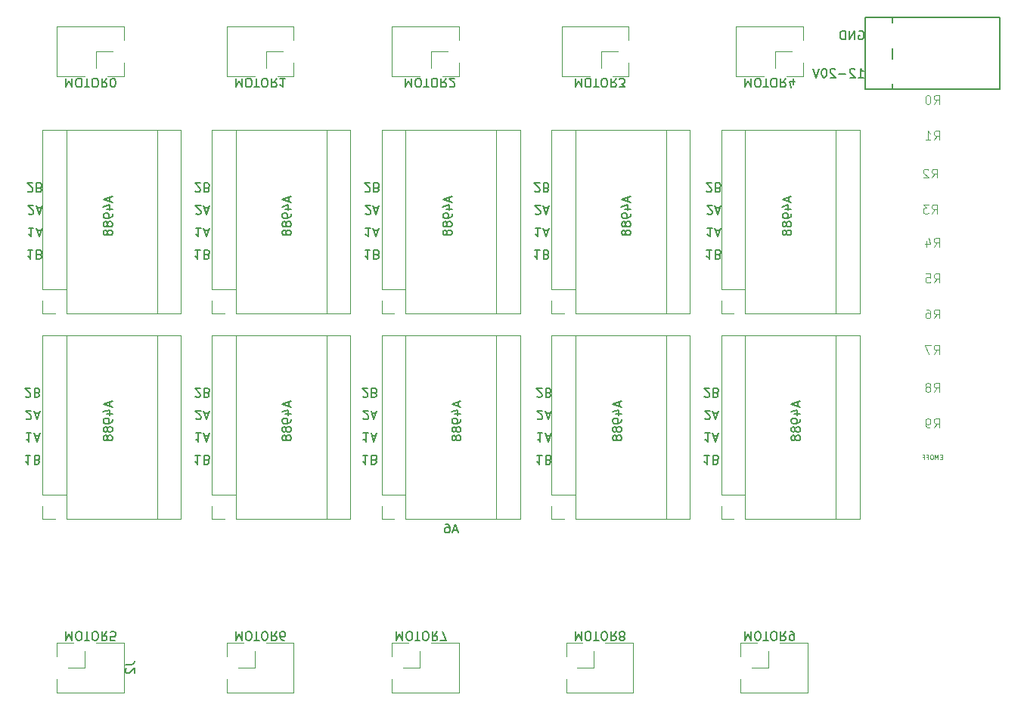
<source format=gbr>
G04 #@! TF.GenerationSoftware,KiCad,Pcbnew,5.1.2-f72e74a~84~ubuntu18.04.1*
G04 #@! TF.CreationDate,2019-06-28T13:57:40+02:00*
G04 #@! TF.ProjectId,shoulder_complex_control,73686f75-6c64-4657-925f-636f6d706c65,rev?*
G04 #@! TF.SameCoordinates,Original*
G04 #@! TF.FileFunction,Legend,Bot*
G04 #@! TF.FilePolarity,Positive*
%FSLAX46Y46*%
G04 Gerber Fmt 4.6, Leading zero omitted, Abs format (unit mm)*
G04 Created by KiCad (PCBNEW 5.1.2-f72e74a~84~ubuntu18.04.1) date 2019-06-28 13:57:40*
%MOMM*%
%LPD*%
G04 APERTURE LIST*
%ADD10C,0.150000*%
%ADD11C,0.125000*%
%ADD12C,0.120000*%
G04 APERTURE END LIST*
D10*
X189011904Y-54250000D02*
X189107142Y-54202380D01*
X189250000Y-54202380D01*
X189392857Y-54250000D01*
X189488095Y-54345238D01*
X189535714Y-54440476D01*
X189583333Y-54630952D01*
X189583333Y-54773809D01*
X189535714Y-54964285D01*
X189488095Y-55059523D01*
X189392857Y-55154761D01*
X189250000Y-55202380D01*
X189154761Y-55202380D01*
X189011904Y-55154761D01*
X188964285Y-55107142D01*
X188964285Y-54773809D01*
X189154761Y-54773809D01*
X188535714Y-55202380D02*
X188535714Y-54202380D01*
X187964285Y-55202380D01*
X187964285Y-54202380D01*
X187488095Y-55202380D02*
X187488095Y-54202380D01*
X187250000Y-54202380D01*
X187107142Y-54250000D01*
X187011904Y-54345238D01*
X186964285Y-54440476D01*
X186916666Y-54630952D01*
X186916666Y-54773809D01*
X186964285Y-54964285D01*
X187011904Y-55059523D01*
X187107142Y-55154761D01*
X187250000Y-55202380D01*
X187488095Y-55202380D01*
X188940476Y-59452380D02*
X189511904Y-59452380D01*
X189226190Y-59452380D02*
X189226190Y-58452380D01*
X189321428Y-58595238D01*
X189416666Y-58690476D01*
X189511904Y-58738095D01*
X188559523Y-58547619D02*
X188511904Y-58500000D01*
X188416666Y-58452380D01*
X188178571Y-58452380D01*
X188083333Y-58500000D01*
X188035714Y-58547619D01*
X187988095Y-58642857D01*
X187988095Y-58738095D01*
X188035714Y-58880952D01*
X188607142Y-59452380D01*
X187988095Y-59452380D01*
X187559523Y-59071428D02*
X186797619Y-59071428D01*
X186369047Y-58547619D02*
X186321428Y-58500000D01*
X186226190Y-58452380D01*
X185988095Y-58452380D01*
X185892857Y-58500000D01*
X185845238Y-58547619D01*
X185797619Y-58642857D01*
X185797619Y-58738095D01*
X185845238Y-58880952D01*
X186416666Y-59452380D01*
X185797619Y-59452380D01*
X185178571Y-58452380D02*
X185083333Y-58452380D01*
X184988095Y-58500000D01*
X184940476Y-58547619D01*
X184892857Y-58642857D01*
X184845238Y-58833333D01*
X184845238Y-59071428D01*
X184892857Y-59261904D01*
X184940476Y-59357142D01*
X184988095Y-59404761D01*
X185083333Y-59452380D01*
X185178571Y-59452380D01*
X185273809Y-59404761D01*
X185321428Y-59357142D01*
X185369047Y-59261904D01*
X185416666Y-59071428D01*
X185416666Y-58833333D01*
X185369047Y-58642857D01*
X185321428Y-58547619D01*
X185273809Y-58500000D01*
X185178571Y-58452380D01*
X184559523Y-58452380D02*
X184226190Y-59452380D01*
X183892857Y-58452380D01*
X95964285Y-72202380D02*
X96011904Y-72250000D01*
X96107142Y-72297619D01*
X96345238Y-72297619D01*
X96440476Y-72250000D01*
X96488095Y-72202380D01*
X96535714Y-72107142D01*
X96535714Y-72011904D01*
X96488095Y-71869047D01*
X95916666Y-71297619D01*
X96535714Y-71297619D01*
X97297619Y-71821428D02*
X97440476Y-71773809D01*
X97488095Y-71726190D01*
X97535714Y-71630952D01*
X97535714Y-71488095D01*
X97488095Y-71392857D01*
X97440476Y-71345238D01*
X97345238Y-71297619D01*
X96964285Y-71297619D01*
X96964285Y-72297619D01*
X97297619Y-72297619D01*
X97392857Y-72250000D01*
X97440476Y-72202380D01*
X97488095Y-72107142D01*
X97488095Y-72011904D01*
X97440476Y-71916666D01*
X97392857Y-71869047D01*
X97297619Y-71821428D01*
X96964285Y-71821428D01*
X96035714Y-74702380D02*
X96083333Y-74750000D01*
X96178571Y-74797619D01*
X96416666Y-74797619D01*
X96511904Y-74750000D01*
X96559523Y-74702380D01*
X96607142Y-74607142D01*
X96607142Y-74511904D01*
X96559523Y-74369047D01*
X95988095Y-73797619D01*
X96607142Y-73797619D01*
X96988095Y-74083333D02*
X97464285Y-74083333D01*
X96892857Y-73797619D02*
X97226190Y-74797619D01*
X97559523Y-73797619D01*
X96607142Y-76297619D02*
X96035714Y-76297619D01*
X96321428Y-76297619D02*
X96321428Y-77297619D01*
X96226190Y-77154761D01*
X96130952Y-77059523D01*
X96035714Y-77011904D01*
X96988095Y-76583333D02*
X97464285Y-76583333D01*
X96892857Y-76297619D02*
X97226190Y-77297619D01*
X97559523Y-76297619D01*
X96535714Y-78797619D02*
X95964285Y-78797619D01*
X96250000Y-78797619D02*
X96250000Y-79797619D01*
X96154761Y-79654761D01*
X96059523Y-79559523D01*
X95964285Y-79511904D01*
X97297619Y-79321428D02*
X97440476Y-79273809D01*
X97488095Y-79226190D01*
X97535714Y-79130952D01*
X97535714Y-78988095D01*
X97488095Y-78892857D01*
X97440476Y-78845238D01*
X97345238Y-78797619D01*
X96964285Y-78797619D01*
X96964285Y-79797619D01*
X97297619Y-79797619D01*
X97392857Y-79750000D01*
X97440476Y-79702380D01*
X97488095Y-79607142D01*
X97488095Y-79511904D01*
X97440476Y-79416666D01*
X97392857Y-79369047D01*
X97297619Y-79321428D01*
X96964285Y-79321428D01*
X114714285Y-72202380D02*
X114761904Y-72250000D01*
X114857142Y-72297619D01*
X115095238Y-72297619D01*
X115190476Y-72250000D01*
X115238095Y-72202380D01*
X115285714Y-72107142D01*
X115285714Y-72011904D01*
X115238095Y-71869047D01*
X114666666Y-71297619D01*
X115285714Y-71297619D01*
X116047619Y-71821428D02*
X116190476Y-71773809D01*
X116238095Y-71726190D01*
X116285714Y-71630952D01*
X116285714Y-71488095D01*
X116238095Y-71392857D01*
X116190476Y-71345238D01*
X116095238Y-71297619D01*
X115714285Y-71297619D01*
X115714285Y-72297619D01*
X116047619Y-72297619D01*
X116142857Y-72250000D01*
X116190476Y-72202380D01*
X116238095Y-72107142D01*
X116238095Y-72011904D01*
X116190476Y-71916666D01*
X116142857Y-71869047D01*
X116047619Y-71821428D01*
X115714285Y-71821428D01*
X114785714Y-74702380D02*
X114833333Y-74750000D01*
X114928571Y-74797619D01*
X115166666Y-74797619D01*
X115261904Y-74750000D01*
X115309523Y-74702380D01*
X115357142Y-74607142D01*
X115357142Y-74511904D01*
X115309523Y-74369047D01*
X114738095Y-73797619D01*
X115357142Y-73797619D01*
X115738095Y-74083333D02*
X116214285Y-74083333D01*
X115642857Y-73797619D02*
X115976190Y-74797619D01*
X116309523Y-73797619D01*
X115357142Y-76297619D02*
X114785714Y-76297619D01*
X115071428Y-76297619D02*
X115071428Y-77297619D01*
X114976190Y-77154761D01*
X114880952Y-77059523D01*
X114785714Y-77011904D01*
X115738095Y-76583333D02*
X116214285Y-76583333D01*
X115642857Y-76297619D02*
X115976190Y-77297619D01*
X116309523Y-76297619D01*
X115285714Y-78797619D02*
X114714285Y-78797619D01*
X115000000Y-78797619D02*
X115000000Y-79797619D01*
X114904761Y-79654761D01*
X114809523Y-79559523D01*
X114714285Y-79511904D01*
X116047619Y-79321428D02*
X116190476Y-79273809D01*
X116238095Y-79226190D01*
X116285714Y-79130952D01*
X116285714Y-78988095D01*
X116238095Y-78892857D01*
X116190476Y-78845238D01*
X116095238Y-78797619D01*
X115714285Y-78797619D01*
X115714285Y-79797619D01*
X116047619Y-79797619D01*
X116142857Y-79750000D01*
X116190476Y-79702380D01*
X116238095Y-79607142D01*
X116238095Y-79511904D01*
X116190476Y-79416666D01*
X116142857Y-79369047D01*
X116047619Y-79321428D01*
X115714285Y-79321428D01*
X133714285Y-72202380D02*
X133761904Y-72250000D01*
X133857142Y-72297619D01*
X134095238Y-72297619D01*
X134190476Y-72250000D01*
X134238095Y-72202380D01*
X134285714Y-72107142D01*
X134285714Y-72011904D01*
X134238095Y-71869047D01*
X133666666Y-71297619D01*
X134285714Y-71297619D01*
X135047619Y-71821428D02*
X135190476Y-71773809D01*
X135238095Y-71726190D01*
X135285714Y-71630952D01*
X135285714Y-71488095D01*
X135238095Y-71392857D01*
X135190476Y-71345238D01*
X135095238Y-71297619D01*
X134714285Y-71297619D01*
X134714285Y-72297619D01*
X135047619Y-72297619D01*
X135142857Y-72250000D01*
X135190476Y-72202380D01*
X135238095Y-72107142D01*
X135238095Y-72011904D01*
X135190476Y-71916666D01*
X135142857Y-71869047D01*
X135047619Y-71821428D01*
X134714285Y-71821428D01*
X133785714Y-74702380D02*
X133833333Y-74750000D01*
X133928571Y-74797619D01*
X134166666Y-74797619D01*
X134261904Y-74750000D01*
X134309523Y-74702380D01*
X134357142Y-74607142D01*
X134357142Y-74511904D01*
X134309523Y-74369047D01*
X133738095Y-73797619D01*
X134357142Y-73797619D01*
X134738095Y-74083333D02*
X135214285Y-74083333D01*
X134642857Y-73797619D02*
X134976190Y-74797619D01*
X135309523Y-73797619D01*
X134357142Y-76297619D02*
X133785714Y-76297619D01*
X134071428Y-76297619D02*
X134071428Y-77297619D01*
X133976190Y-77154761D01*
X133880952Y-77059523D01*
X133785714Y-77011904D01*
X134738095Y-76583333D02*
X135214285Y-76583333D01*
X134642857Y-76297619D02*
X134976190Y-77297619D01*
X135309523Y-76297619D01*
X134285714Y-78797619D02*
X133714285Y-78797619D01*
X134000000Y-78797619D02*
X134000000Y-79797619D01*
X133904761Y-79654761D01*
X133809523Y-79559523D01*
X133714285Y-79511904D01*
X135047619Y-79321428D02*
X135190476Y-79273809D01*
X135238095Y-79226190D01*
X135285714Y-79130952D01*
X135285714Y-78988095D01*
X135238095Y-78892857D01*
X135190476Y-78845238D01*
X135095238Y-78797619D01*
X134714285Y-78797619D01*
X134714285Y-79797619D01*
X135047619Y-79797619D01*
X135142857Y-79750000D01*
X135190476Y-79702380D01*
X135238095Y-79607142D01*
X135238095Y-79511904D01*
X135190476Y-79416666D01*
X135142857Y-79369047D01*
X135047619Y-79321428D01*
X134714285Y-79321428D01*
X152714285Y-72202380D02*
X152761904Y-72250000D01*
X152857142Y-72297619D01*
X153095238Y-72297619D01*
X153190476Y-72250000D01*
X153238095Y-72202380D01*
X153285714Y-72107142D01*
X153285714Y-72011904D01*
X153238095Y-71869047D01*
X152666666Y-71297619D01*
X153285714Y-71297619D01*
X154047619Y-71821428D02*
X154190476Y-71773809D01*
X154238095Y-71726190D01*
X154285714Y-71630952D01*
X154285714Y-71488095D01*
X154238095Y-71392857D01*
X154190476Y-71345238D01*
X154095238Y-71297619D01*
X153714285Y-71297619D01*
X153714285Y-72297619D01*
X154047619Y-72297619D01*
X154142857Y-72250000D01*
X154190476Y-72202380D01*
X154238095Y-72107142D01*
X154238095Y-72011904D01*
X154190476Y-71916666D01*
X154142857Y-71869047D01*
X154047619Y-71821428D01*
X153714285Y-71821428D01*
X152785714Y-74702380D02*
X152833333Y-74750000D01*
X152928571Y-74797619D01*
X153166666Y-74797619D01*
X153261904Y-74750000D01*
X153309523Y-74702380D01*
X153357142Y-74607142D01*
X153357142Y-74511904D01*
X153309523Y-74369047D01*
X152738095Y-73797619D01*
X153357142Y-73797619D01*
X153738095Y-74083333D02*
X154214285Y-74083333D01*
X153642857Y-73797619D02*
X153976190Y-74797619D01*
X154309523Y-73797619D01*
X153357142Y-76297619D02*
X152785714Y-76297619D01*
X153071428Y-76297619D02*
X153071428Y-77297619D01*
X152976190Y-77154761D01*
X152880952Y-77059523D01*
X152785714Y-77011904D01*
X153738095Y-76583333D02*
X154214285Y-76583333D01*
X153642857Y-76297619D02*
X153976190Y-77297619D01*
X154309523Y-76297619D01*
X153285714Y-78797619D02*
X152714285Y-78797619D01*
X153000000Y-78797619D02*
X153000000Y-79797619D01*
X152904761Y-79654761D01*
X152809523Y-79559523D01*
X152714285Y-79511904D01*
X154047619Y-79321428D02*
X154190476Y-79273809D01*
X154238095Y-79226190D01*
X154285714Y-79130952D01*
X154285714Y-78988095D01*
X154238095Y-78892857D01*
X154190476Y-78845238D01*
X154095238Y-78797619D01*
X153714285Y-78797619D01*
X153714285Y-79797619D01*
X154047619Y-79797619D01*
X154142857Y-79750000D01*
X154190476Y-79702380D01*
X154238095Y-79607142D01*
X154238095Y-79511904D01*
X154190476Y-79416666D01*
X154142857Y-79369047D01*
X154047619Y-79321428D01*
X153714285Y-79321428D01*
X171964285Y-72202380D02*
X172011904Y-72250000D01*
X172107142Y-72297619D01*
X172345238Y-72297619D01*
X172440476Y-72250000D01*
X172488095Y-72202380D01*
X172535714Y-72107142D01*
X172535714Y-72011904D01*
X172488095Y-71869047D01*
X171916666Y-71297619D01*
X172535714Y-71297619D01*
X173297619Y-71821428D02*
X173440476Y-71773809D01*
X173488095Y-71726190D01*
X173535714Y-71630952D01*
X173535714Y-71488095D01*
X173488095Y-71392857D01*
X173440476Y-71345238D01*
X173345238Y-71297619D01*
X172964285Y-71297619D01*
X172964285Y-72297619D01*
X173297619Y-72297619D01*
X173392857Y-72250000D01*
X173440476Y-72202380D01*
X173488095Y-72107142D01*
X173488095Y-72011904D01*
X173440476Y-71916666D01*
X173392857Y-71869047D01*
X173297619Y-71821428D01*
X172964285Y-71821428D01*
X172035714Y-74702380D02*
X172083333Y-74750000D01*
X172178571Y-74797619D01*
X172416666Y-74797619D01*
X172511904Y-74750000D01*
X172559523Y-74702380D01*
X172607142Y-74607142D01*
X172607142Y-74511904D01*
X172559523Y-74369047D01*
X171988095Y-73797619D01*
X172607142Y-73797619D01*
X172988095Y-74083333D02*
X173464285Y-74083333D01*
X172892857Y-73797619D02*
X173226190Y-74797619D01*
X173559523Y-73797619D01*
X172607142Y-76297619D02*
X172035714Y-76297619D01*
X172321428Y-76297619D02*
X172321428Y-77297619D01*
X172226190Y-77154761D01*
X172130952Y-77059523D01*
X172035714Y-77011904D01*
X172988095Y-76583333D02*
X173464285Y-76583333D01*
X172892857Y-76297619D02*
X173226190Y-77297619D01*
X173559523Y-76297619D01*
X172535714Y-78797619D02*
X171964285Y-78797619D01*
X172250000Y-78797619D02*
X172250000Y-79797619D01*
X172154761Y-79654761D01*
X172059523Y-79559523D01*
X171964285Y-79511904D01*
X173297619Y-79321428D02*
X173440476Y-79273809D01*
X173488095Y-79226190D01*
X173535714Y-79130952D01*
X173535714Y-78988095D01*
X173488095Y-78892857D01*
X173440476Y-78845238D01*
X173345238Y-78797619D01*
X172964285Y-78797619D01*
X172964285Y-79797619D01*
X173297619Y-79797619D01*
X173392857Y-79750000D01*
X173440476Y-79702380D01*
X173488095Y-79607142D01*
X173488095Y-79511904D01*
X173440476Y-79416666D01*
X173392857Y-79369047D01*
X173297619Y-79321428D01*
X172964285Y-79321428D01*
X171714285Y-95202380D02*
X171761904Y-95250000D01*
X171857142Y-95297619D01*
X172095238Y-95297619D01*
X172190476Y-95250000D01*
X172238095Y-95202380D01*
X172285714Y-95107142D01*
X172285714Y-95011904D01*
X172238095Y-94869047D01*
X171666666Y-94297619D01*
X172285714Y-94297619D01*
X173047619Y-94821428D02*
X173190476Y-94773809D01*
X173238095Y-94726190D01*
X173285714Y-94630952D01*
X173285714Y-94488095D01*
X173238095Y-94392857D01*
X173190476Y-94345238D01*
X173095238Y-94297619D01*
X172714285Y-94297619D01*
X172714285Y-95297619D01*
X173047619Y-95297619D01*
X173142857Y-95250000D01*
X173190476Y-95202380D01*
X173238095Y-95107142D01*
X173238095Y-95011904D01*
X173190476Y-94916666D01*
X173142857Y-94869047D01*
X173047619Y-94821428D01*
X172714285Y-94821428D01*
X171785714Y-97702380D02*
X171833333Y-97750000D01*
X171928571Y-97797619D01*
X172166666Y-97797619D01*
X172261904Y-97750000D01*
X172309523Y-97702380D01*
X172357142Y-97607142D01*
X172357142Y-97511904D01*
X172309523Y-97369047D01*
X171738095Y-96797619D01*
X172357142Y-96797619D01*
X172738095Y-97083333D02*
X173214285Y-97083333D01*
X172642857Y-96797619D02*
X172976190Y-97797619D01*
X173309523Y-96797619D01*
X172357142Y-99297619D02*
X171785714Y-99297619D01*
X172071428Y-99297619D02*
X172071428Y-100297619D01*
X171976190Y-100154761D01*
X171880952Y-100059523D01*
X171785714Y-100011904D01*
X172738095Y-99583333D02*
X173214285Y-99583333D01*
X172642857Y-99297619D02*
X172976190Y-100297619D01*
X173309523Y-99297619D01*
X172285714Y-101797619D02*
X171714285Y-101797619D01*
X172000000Y-101797619D02*
X172000000Y-102797619D01*
X171904761Y-102654761D01*
X171809523Y-102559523D01*
X171714285Y-102511904D01*
X173047619Y-102321428D02*
X173190476Y-102273809D01*
X173238095Y-102226190D01*
X173285714Y-102130952D01*
X173285714Y-101988095D01*
X173238095Y-101892857D01*
X173190476Y-101845238D01*
X173095238Y-101797619D01*
X172714285Y-101797619D01*
X172714285Y-102797619D01*
X173047619Y-102797619D01*
X173142857Y-102750000D01*
X173190476Y-102702380D01*
X173238095Y-102607142D01*
X173238095Y-102511904D01*
X173190476Y-102416666D01*
X173142857Y-102369047D01*
X173047619Y-102321428D01*
X172714285Y-102321428D01*
X152964285Y-95202380D02*
X153011904Y-95250000D01*
X153107142Y-95297619D01*
X153345238Y-95297619D01*
X153440476Y-95250000D01*
X153488095Y-95202380D01*
X153535714Y-95107142D01*
X153535714Y-95011904D01*
X153488095Y-94869047D01*
X152916666Y-94297619D01*
X153535714Y-94297619D01*
X154297619Y-94821428D02*
X154440476Y-94773809D01*
X154488095Y-94726190D01*
X154535714Y-94630952D01*
X154535714Y-94488095D01*
X154488095Y-94392857D01*
X154440476Y-94345238D01*
X154345238Y-94297619D01*
X153964285Y-94297619D01*
X153964285Y-95297619D01*
X154297619Y-95297619D01*
X154392857Y-95250000D01*
X154440476Y-95202380D01*
X154488095Y-95107142D01*
X154488095Y-95011904D01*
X154440476Y-94916666D01*
X154392857Y-94869047D01*
X154297619Y-94821428D01*
X153964285Y-94821428D01*
X153035714Y-97702380D02*
X153083333Y-97750000D01*
X153178571Y-97797619D01*
X153416666Y-97797619D01*
X153511904Y-97750000D01*
X153559523Y-97702380D01*
X153607142Y-97607142D01*
X153607142Y-97511904D01*
X153559523Y-97369047D01*
X152988095Y-96797619D01*
X153607142Y-96797619D01*
X153988095Y-97083333D02*
X154464285Y-97083333D01*
X153892857Y-96797619D02*
X154226190Y-97797619D01*
X154559523Y-96797619D01*
X153607142Y-99297619D02*
X153035714Y-99297619D01*
X153321428Y-99297619D02*
X153321428Y-100297619D01*
X153226190Y-100154761D01*
X153130952Y-100059523D01*
X153035714Y-100011904D01*
X153988095Y-99583333D02*
X154464285Y-99583333D01*
X153892857Y-99297619D02*
X154226190Y-100297619D01*
X154559523Y-99297619D01*
X153535714Y-101797619D02*
X152964285Y-101797619D01*
X153250000Y-101797619D02*
X153250000Y-102797619D01*
X153154761Y-102654761D01*
X153059523Y-102559523D01*
X152964285Y-102511904D01*
X154297619Y-102321428D02*
X154440476Y-102273809D01*
X154488095Y-102226190D01*
X154535714Y-102130952D01*
X154535714Y-101988095D01*
X154488095Y-101892857D01*
X154440476Y-101845238D01*
X154345238Y-101797619D01*
X153964285Y-101797619D01*
X153964285Y-102797619D01*
X154297619Y-102797619D01*
X154392857Y-102750000D01*
X154440476Y-102702380D01*
X154488095Y-102607142D01*
X154488095Y-102511904D01*
X154440476Y-102416666D01*
X154392857Y-102369047D01*
X154297619Y-102321428D01*
X153964285Y-102321428D01*
X133464285Y-95202380D02*
X133511904Y-95250000D01*
X133607142Y-95297619D01*
X133845238Y-95297619D01*
X133940476Y-95250000D01*
X133988095Y-95202380D01*
X134035714Y-95107142D01*
X134035714Y-95011904D01*
X133988095Y-94869047D01*
X133416666Y-94297619D01*
X134035714Y-94297619D01*
X134797619Y-94821428D02*
X134940476Y-94773809D01*
X134988095Y-94726190D01*
X135035714Y-94630952D01*
X135035714Y-94488095D01*
X134988095Y-94392857D01*
X134940476Y-94345238D01*
X134845238Y-94297619D01*
X134464285Y-94297619D01*
X134464285Y-95297619D01*
X134797619Y-95297619D01*
X134892857Y-95250000D01*
X134940476Y-95202380D01*
X134988095Y-95107142D01*
X134988095Y-95011904D01*
X134940476Y-94916666D01*
X134892857Y-94869047D01*
X134797619Y-94821428D01*
X134464285Y-94821428D01*
X133535714Y-97702380D02*
X133583333Y-97750000D01*
X133678571Y-97797619D01*
X133916666Y-97797619D01*
X134011904Y-97750000D01*
X134059523Y-97702380D01*
X134107142Y-97607142D01*
X134107142Y-97511904D01*
X134059523Y-97369047D01*
X133488095Y-96797619D01*
X134107142Y-96797619D01*
X134488095Y-97083333D02*
X134964285Y-97083333D01*
X134392857Y-96797619D02*
X134726190Y-97797619D01*
X135059523Y-96797619D01*
X134107142Y-99297619D02*
X133535714Y-99297619D01*
X133821428Y-99297619D02*
X133821428Y-100297619D01*
X133726190Y-100154761D01*
X133630952Y-100059523D01*
X133535714Y-100011904D01*
X134488095Y-99583333D02*
X134964285Y-99583333D01*
X134392857Y-99297619D02*
X134726190Y-100297619D01*
X135059523Y-99297619D01*
X134035714Y-101797619D02*
X133464285Y-101797619D01*
X133750000Y-101797619D02*
X133750000Y-102797619D01*
X133654761Y-102654761D01*
X133559523Y-102559523D01*
X133464285Y-102511904D01*
X134797619Y-102321428D02*
X134940476Y-102273809D01*
X134988095Y-102226190D01*
X135035714Y-102130952D01*
X135035714Y-101988095D01*
X134988095Y-101892857D01*
X134940476Y-101845238D01*
X134845238Y-101797619D01*
X134464285Y-101797619D01*
X134464285Y-102797619D01*
X134797619Y-102797619D01*
X134892857Y-102750000D01*
X134940476Y-102702380D01*
X134988095Y-102607142D01*
X134988095Y-102511904D01*
X134940476Y-102416666D01*
X134892857Y-102369047D01*
X134797619Y-102321428D01*
X134464285Y-102321428D01*
X114714285Y-95202380D02*
X114761904Y-95250000D01*
X114857142Y-95297619D01*
X115095238Y-95297619D01*
X115190476Y-95250000D01*
X115238095Y-95202380D01*
X115285714Y-95107142D01*
X115285714Y-95011904D01*
X115238095Y-94869047D01*
X114666666Y-94297619D01*
X115285714Y-94297619D01*
X116047619Y-94821428D02*
X116190476Y-94773809D01*
X116238095Y-94726190D01*
X116285714Y-94630952D01*
X116285714Y-94488095D01*
X116238095Y-94392857D01*
X116190476Y-94345238D01*
X116095238Y-94297619D01*
X115714285Y-94297619D01*
X115714285Y-95297619D01*
X116047619Y-95297619D01*
X116142857Y-95250000D01*
X116190476Y-95202380D01*
X116238095Y-95107142D01*
X116238095Y-95011904D01*
X116190476Y-94916666D01*
X116142857Y-94869047D01*
X116047619Y-94821428D01*
X115714285Y-94821428D01*
X114785714Y-97702380D02*
X114833333Y-97750000D01*
X114928571Y-97797619D01*
X115166666Y-97797619D01*
X115261904Y-97750000D01*
X115309523Y-97702380D01*
X115357142Y-97607142D01*
X115357142Y-97511904D01*
X115309523Y-97369047D01*
X114738095Y-96797619D01*
X115357142Y-96797619D01*
X115738095Y-97083333D02*
X116214285Y-97083333D01*
X115642857Y-96797619D02*
X115976190Y-97797619D01*
X116309523Y-96797619D01*
X115357142Y-99297619D02*
X114785714Y-99297619D01*
X115071428Y-99297619D02*
X115071428Y-100297619D01*
X114976190Y-100154761D01*
X114880952Y-100059523D01*
X114785714Y-100011904D01*
X115738095Y-99583333D02*
X116214285Y-99583333D01*
X115642857Y-99297619D02*
X115976190Y-100297619D01*
X116309523Y-99297619D01*
X115285714Y-101797619D02*
X114714285Y-101797619D01*
X115000000Y-101797619D02*
X115000000Y-102797619D01*
X114904761Y-102654761D01*
X114809523Y-102559523D01*
X114714285Y-102511904D01*
X116047619Y-102321428D02*
X116190476Y-102273809D01*
X116238095Y-102226190D01*
X116285714Y-102130952D01*
X116285714Y-101988095D01*
X116238095Y-101892857D01*
X116190476Y-101845238D01*
X116095238Y-101797619D01*
X115714285Y-101797619D01*
X115714285Y-102797619D01*
X116047619Y-102797619D01*
X116142857Y-102750000D01*
X116190476Y-102702380D01*
X116238095Y-102607142D01*
X116238095Y-102511904D01*
X116190476Y-102416666D01*
X116142857Y-102369047D01*
X116047619Y-102321428D01*
X115714285Y-102321428D01*
X95714285Y-95202380D02*
X95761904Y-95250000D01*
X95857142Y-95297619D01*
X96095238Y-95297619D01*
X96190476Y-95250000D01*
X96238095Y-95202380D01*
X96285714Y-95107142D01*
X96285714Y-95011904D01*
X96238095Y-94869047D01*
X95666666Y-94297619D01*
X96285714Y-94297619D01*
X97047619Y-94821428D02*
X97190476Y-94773809D01*
X97238095Y-94726190D01*
X97285714Y-94630952D01*
X97285714Y-94488095D01*
X97238095Y-94392857D01*
X97190476Y-94345238D01*
X97095238Y-94297619D01*
X96714285Y-94297619D01*
X96714285Y-95297619D01*
X97047619Y-95297619D01*
X97142857Y-95250000D01*
X97190476Y-95202380D01*
X97238095Y-95107142D01*
X97238095Y-95011904D01*
X97190476Y-94916666D01*
X97142857Y-94869047D01*
X97047619Y-94821428D01*
X96714285Y-94821428D01*
X95785714Y-97702380D02*
X95833333Y-97750000D01*
X95928571Y-97797619D01*
X96166666Y-97797619D01*
X96261904Y-97750000D01*
X96309523Y-97702380D01*
X96357142Y-97607142D01*
X96357142Y-97511904D01*
X96309523Y-97369047D01*
X95738095Y-96797619D01*
X96357142Y-96797619D01*
X96738095Y-97083333D02*
X97214285Y-97083333D01*
X96642857Y-96797619D02*
X96976190Y-97797619D01*
X97309523Y-96797619D01*
X96357142Y-99297619D02*
X95785714Y-99297619D01*
X96071428Y-99297619D02*
X96071428Y-100297619D01*
X95976190Y-100154761D01*
X95880952Y-100059523D01*
X95785714Y-100011904D01*
X96738095Y-99583333D02*
X97214285Y-99583333D01*
X96642857Y-99297619D02*
X96976190Y-100297619D01*
X97309523Y-99297619D01*
X96285714Y-101797619D02*
X95714285Y-101797619D01*
X96000000Y-101797619D02*
X96000000Y-102797619D01*
X95904761Y-102654761D01*
X95809523Y-102559523D01*
X95714285Y-102511904D01*
X97047619Y-102321428D02*
X97190476Y-102273809D01*
X97238095Y-102226190D01*
X97285714Y-102130952D01*
X97285714Y-101988095D01*
X97238095Y-101892857D01*
X97190476Y-101845238D01*
X97095238Y-101797619D01*
X96714285Y-101797619D01*
X96714285Y-102797619D01*
X97047619Y-102797619D01*
X97142857Y-102750000D01*
X97190476Y-102702380D01*
X97238095Y-102607142D01*
X97238095Y-102511904D01*
X97190476Y-102416666D01*
X97142857Y-102369047D01*
X97047619Y-102321428D01*
X96714285Y-102321428D01*
D11*
X197416666Y-62452380D02*
X197750000Y-61976190D01*
X197988095Y-62452380D02*
X197988095Y-61452380D01*
X197607142Y-61452380D01*
X197511904Y-61500000D01*
X197464285Y-61547619D01*
X197416666Y-61642857D01*
X197416666Y-61785714D01*
X197464285Y-61880952D01*
X197511904Y-61928571D01*
X197607142Y-61976190D01*
X197988095Y-61976190D01*
X196797619Y-61452380D02*
X196702380Y-61452380D01*
X196607142Y-61500000D01*
X196559523Y-61547619D01*
X196511904Y-61642857D01*
X196464285Y-61833333D01*
X196464285Y-62071428D01*
X196511904Y-62261904D01*
X196559523Y-62357142D01*
X196607142Y-62404761D01*
X196702380Y-62452380D01*
X196797619Y-62452380D01*
X196892857Y-62404761D01*
X196940476Y-62357142D01*
X196988095Y-62261904D01*
X197035714Y-62071428D01*
X197035714Y-61833333D01*
X196988095Y-61642857D01*
X196940476Y-61547619D01*
X196892857Y-61500000D01*
X196797619Y-61452380D01*
X197416666Y-66452380D02*
X197750000Y-65976190D01*
X197988095Y-66452380D02*
X197988095Y-65452380D01*
X197607142Y-65452380D01*
X197511904Y-65500000D01*
X197464285Y-65547619D01*
X197416666Y-65642857D01*
X197416666Y-65785714D01*
X197464285Y-65880952D01*
X197511904Y-65928571D01*
X197607142Y-65976190D01*
X197988095Y-65976190D01*
X196464285Y-66452380D02*
X197035714Y-66452380D01*
X196750000Y-66452380D02*
X196750000Y-65452380D01*
X196845238Y-65595238D01*
X196940476Y-65690476D01*
X197035714Y-65738095D01*
X197166666Y-70702380D02*
X197500000Y-70226190D01*
X197738095Y-70702380D02*
X197738095Y-69702380D01*
X197357142Y-69702380D01*
X197261904Y-69750000D01*
X197214285Y-69797619D01*
X197166666Y-69892857D01*
X197166666Y-70035714D01*
X197214285Y-70130952D01*
X197261904Y-70178571D01*
X197357142Y-70226190D01*
X197738095Y-70226190D01*
X196785714Y-69797619D02*
X196738095Y-69750000D01*
X196642857Y-69702380D01*
X196404761Y-69702380D01*
X196309523Y-69750000D01*
X196261904Y-69797619D01*
X196214285Y-69892857D01*
X196214285Y-69988095D01*
X196261904Y-70130952D01*
X196833333Y-70702380D01*
X196214285Y-70702380D01*
X197166666Y-74702380D02*
X197500000Y-74226190D01*
X197738095Y-74702380D02*
X197738095Y-73702380D01*
X197357142Y-73702380D01*
X197261904Y-73750000D01*
X197214285Y-73797619D01*
X197166666Y-73892857D01*
X197166666Y-74035714D01*
X197214285Y-74130952D01*
X197261904Y-74178571D01*
X197357142Y-74226190D01*
X197738095Y-74226190D01*
X196833333Y-73702380D02*
X196214285Y-73702380D01*
X196547619Y-74083333D01*
X196404761Y-74083333D01*
X196309523Y-74130952D01*
X196261904Y-74178571D01*
X196214285Y-74273809D01*
X196214285Y-74511904D01*
X196261904Y-74607142D01*
X196309523Y-74654761D01*
X196404761Y-74702380D01*
X196690476Y-74702380D01*
X196785714Y-74654761D01*
X196833333Y-74607142D01*
X197416666Y-78452380D02*
X197750000Y-77976190D01*
X197988095Y-78452380D02*
X197988095Y-77452380D01*
X197607142Y-77452380D01*
X197511904Y-77500000D01*
X197464285Y-77547619D01*
X197416666Y-77642857D01*
X197416666Y-77785714D01*
X197464285Y-77880952D01*
X197511904Y-77928571D01*
X197607142Y-77976190D01*
X197988095Y-77976190D01*
X196559523Y-77785714D02*
X196559523Y-78452380D01*
X196797619Y-77404761D02*
X197035714Y-78119047D01*
X196416666Y-78119047D01*
X197416666Y-82452380D02*
X197750000Y-81976190D01*
X197988095Y-82452380D02*
X197988095Y-81452380D01*
X197607142Y-81452380D01*
X197511904Y-81500000D01*
X197464285Y-81547619D01*
X197416666Y-81642857D01*
X197416666Y-81785714D01*
X197464285Y-81880952D01*
X197511904Y-81928571D01*
X197607142Y-81976190D01*
X197988095Y-81976190D01*
X196511904Y-81452380D02*
X196988095Y-81452380D01*
X197035714Y-81928571D01*
X196988095Y-81880952D01*
X196892857Y-81833333D01*
X196654761Y-81833333D01*
X196559523Y-81880952D01*
X196511904Y-81928571D01*
X196464285Y-82023809D01*
X196464285Y-82261904D01*
X196511904Y-82357142D01*
X196559523Y-82404761D01*
X196654761Y-82452380D01*
X196892857Y-82452380D01*
X196988095Y-82404761D01*
X197035714Y-82357142D01*
X197416666Y-86452380D02*
X197750000Y-85976190D01*
X197988095Y-86452380D02*
X197988095Y-85452380D01*
X197607142Y-85452380D01*
X197511904Y-85500000D01*
X197464285Y-85547619D01*
X197416666Y-85642857D01*
X197416666Y-85785714D01*
X197464285Y-85880952D01*
X197511904Y-85928571D01*
X197607142Y-85976190D01*
X197988095Y-85976190D01*
X196559523Y-85452380D02*
X196750000Y-85452380D01*
X196845238Y-85500000D01*
X196892857Y-85547619D01*
X196988095Y-85690476D01*
X197035714Y-85880952D01*
X197035714Y-86261904D01*
X196988095Y-86357142D01*
X196940476Y-86404761D01*
X196845238Y-86452380D01*
X196654761Y-86452380D01*
X196559523Y-86404761D01*
X196511904Y-86357142D01*
X196464285Y-86261904D01*
X196464285Y-86023809D01*
X196511904Y-85928571D01*
X196559523Y-85880952D01*
X196654761Y-85833333D01*
X196845238Y-85833333D01*
X196940476Y-85880952D01*
X196988095Y-85928571D01*
X197035714Y-86023809D01*
X197416666Y-90452380D02*
X197750000Y-89976190D01*
X197988095Y-90452380D02*
X197988095Y-89452380D01*
X197607142Y-89452380D01*
X197511904Y-89500000D01*
X197464285Y-89547619D01*
X197416666Y-89642857D01*
X197416666Y-89785714D01*
X197464285Y-89880952D01*
X197511904Y-89928571D01*
X197607142Y-89976190D01*
X197988095Y-89976190D01*
X197083333Y-89452380D02*
X196416666Y-89452380D01*
X196845238Y-90452380D01*
X197416666Y-94702380D02*
X197750000Y-94226190D01*
X197988095Y-94702380D02*
X197988095Y-93702380D01*
X197607142Y-93702380D01*
X197511904Y-93750000D01*
X197464285Y-93797619D01*
X197416666Y-93892857D01*
X197416666Y-94035714D01*
X197464285Y-94130952D01*
X197511904Y-94178571D01*
X197607142Y-94226190D01*
X197988095Y-94226190D01*
X196845238Y-94130952D02*
X196940476Y-94083333D01*
X196988095Y-94035714D01*
X197035714Y-93940476D01*
X197035714Y-93892857D01*
X196988095Y-93797619D01*
X196940476Y-93750000D01*
X196845238Y-93702380D01*
X196654761Y-93702380D01*
X196559523Y-93750000D01*
X196511904Y-93797619D01*
X196464285Y-93892857D01*
X196464285Y-93940476D01*
X196511904Y-94035714D01*
X196559523Y-94083333D01*
X196654761Y-94130952D01*
X196845238Y-94130952D01*
X196940476Y-94178571D01*
X196988095Y-94226190D01*
X197035714Y-94321428D01*
X197035714Y-94511904D01*
X196988095Y-94607142D01*
X196940476Y-94654761D01*
X196845238Y-94702380D01*
X196654761Y-94702380D01*
X196559523Y-94654761D01*
X196511904Y-94607142D01*
X196464285Y-94511904D01*
X196464285Y-94321428D01*
X196511904Y-94226190D01*
X196559523Y-94178571D01*
X196654761Y-94130952D01*
X197416666Y-98702380D02*
X197750000Y-98226190D01*
X197988095Y-98702380D02*
X197988095Y-97702380D01*
X197607142Y-97702380D01*
X197511904Y-97750000D01*
X197464285Y-97797619D01*
X197416666Y-97892857D01*
X197416666Y-98035714D01*
X197464285Y-98130952D01*
X197511904Y-98178571D01*
X197607142Y-98226190D01*
X197988095Y-98226190D01*
X196940476Y-98702380D02*
X196750000Y-98702380D01*
X196654761Y-98654761D01*
X196607142Y-98607142D01*
X196511904Y-98464285D01*
X196464285Y-98273809D01*
X196464285Y-97892857D01*
X196511904Y-97797619D01*
X196559523Y-97750000D01*
X196654761Y-97702380D01*
X196845238Y-97702380D01*
X196940476Y-97750000D01*
X196988095Y-97797619D01*
X197035714Y-97892857D01*
X197035714Y-98130952D01*
X196988095Y-98226190D01*
X196940476Y-98273809D01*
X196845238Y-98321428D01*
X196654761Y-98321428D01*
X196559523Y-98273809D01*
X196511904Y-98226190D01*
X196464285Y-98130952D01*
X198333333Y-101964285D02*
X198166666Y-101964285D01*
X198095238Y-102226190D02*
X198333333Y-102226190D01*
X198333333Y-101726190D01*
X198095238Y-101726190D01*
X197880952Y-102226190D02*
X197880952Y-101726190D01*
X197714285Y-102083333D01*
X197547619Y-101726190D01*
X197547619Y-102226190D01*
X197214285Y-101726190D02*
X197119047Y-101726190D01*
X197071428Y-101750000D01*
X197023809Y-101797619D01*
X197000000Y-101892857D01*
X197000000Y-102059523D01*
X197023809Y-102154761D01*
X197071428Y-102202380D01*
X197119047Y-102226190D01*
X197214285Y-102226190D01*
X197261904Y-102202380D01*
X197309523Y-102154761D01*
X197333333Y-102059523D01*
X197333333Y-101892857D01*
X197309523Y-101797619D01*
X197261904Y-101750000D01*
X197214285Y-101726190D01*
X196619047Y-101964285D02*
X196785714Y-101964285D01*
X196785714Y-102226190D02*
X196785714Y-101726190D01*
X196547619Y-101726190D01*
X196190476Y-101964285D02*
X196357142Y-101964285D01*
X196357142Y-102226190D02*
X196357142Y-101726190D01*
X196119047Y-101726190D01*
D10*
X176261904Y-121547619D02*
X176261904Y-122547619D01*
X176595238Y-121833333D01*
X176928571Y-122547619D01*
X176928571Y-121547619D01*
X177595238Y-122547619D02*
X177785714Y-122547619D01*
X177880952Y-122500000D01*
X177976190Y-122404761D01*
X178023809Y-122214285D01*
X178023809Y-121880952D01*
X177976190Y-121690476D01*
X177880952Y-121595238D01*
X177785714Y-121547619D01*
X177595238Y-121547619D01*
X177500000Y-121595238D01*
X177404761Y-121690476D01*
X177357142Y-121880952D01*
X177357142Y-122214285D01*
X177404761Y-122404761D01*
X177500000Y-122500000D01*
X177595238Y-122547619D01*
X178309523Y-122547619D02*
X178880952Y-122547619D01*
X178595238Y-121547619D02*
X178595238Y-122547619D01*
X179404761Y-122547619D02*
X179595238Y-122547619D01*
X179690476Y-122500000D01*
X179785714Y-122404761D01*
X179833333Y-122214285D01*
X179833333Y-121880952D01*
X179785714Y-121690476D01*
X179690476Y-121595238D01*
X179595238Y-121547619D01*
X179404761Y-121547619D01*
X179309523Y-121595238D01*
X179214285Y-121690476D01*
X179166666Y-121880952D01*
X179166666Y-122214285D01*
X179214285Y-122404761D01*
X179309523Y-122500000D01*
X179404761Y-122547619D01*
X180833333Y-121547619D02*
X180500000Y-122023809D01*
X180261904Y-121547619D02*
X180261904Y-122547619D01*
X180642857Y-122547619D01*
X180738095Y-122500000D01*
X180785714Y-122452380D01*
X180833333Y-122357142D01*
X180833333Y-122214285D01*
X180785714Y-122119047D01*
X180738095Y-122071428D01*
X180642857Y-122023809D01*
X180261904Y-122023809D01*
X181309523Y-121547619D02*
X181500000Y-121547619D01*
X181595238Y-121595238D01*
X181642857Y-121642857D01*
X181738095Y-121785714D01*
X181785714Y-121976190D01*
X181785714Y-122357142D01*
X181738095Y-122452380D01*
X181690476Y-122500000D01*
X181595238Y-122547619D01*
X181404761Y-122547619D01*
X181309523Y-122500000D01*
X181261904Y-122452380D01*
X181214285Y-122357142D01*
X181214285Y-122119047D01*
X181261904Y-122023809D01*
X181309523Y-121976190D01*
X181404761Y-121928571D01*
X181595238Y-121928571D01*
X181690476Y-121976190D01*
X181738095Y-122023809D01*
X181785714Y-122119047D01*
X157261904Y-121547619D02*
X157261904Y-122547619D01*
X157595238Y-121833333D01*
X157928571Y-122547619D01*
X157928571Y-121547619D01*
X158595238Y-122547619D02*
X158785714Y-122547619D01*
X158880952Y-122500000D01*
X158976190Y-122404761D01*
X159023809Y-122214285D01*
X159023809Y-121880952D01*
X158976190Y-121690476D01*
X158880952Y-121595238D01*
X158785714Y-121547619D01*
X158595238Y-121547619D01*
X158500000Y-121595238D01*
X158404761Y-121690476D01*
X158357142Y-121880952D01*
X158357142Y-122214285D01*
X158404761Y-122404761D01*
X158500000Y-122500000D01*
X158595238Y-122547619D01*
X159309523Y-122547619D02*
X159880952Y-122547619D01*
X159595238Y-121547619D02*
X159595238Y-122547619D01*
X160404761Y-122547619D02*
X160595238Y-122547619D01*
X160690476Y-122500000D01*
X160785714Y-122404761D01*
X160833333Y-122214285D01*
X160833333Y-121880952D01*
X160785714Y-121690476D01*
X160690476Y-121595238D01*
X160595238Y-121547619D01*
X160404761Y-121547619D01*
X160309523Y-121595238D01*
X160214285Y-121690476D01*
X160166666Y-121880952D01*
X160166666Y-122214285D01*
X160214285Y-122404761D01*
X160309523Y-122500000D01*
X160404761Y-122547619D01*
X161833333Y-121547619D02*
X161500000Y-122023809D01*
X161261904Y-121547619D02*
X161261904Y-122547619D01*
X161642857Y-122547619D01*
X161738095Y-122500000D01*
X161785714Y-122452380D01*
X161833333Y-122357142D01*
X161833333Y-122214285D01*
X161785714Y-122119047D01*
X161738095Y-122071428D01*
X161642857Y-122023809D01*
X161261904Y-122023809D01*
X162404761Y-122119047D02*
X162309523Y-122166666D01*
X162261904Y-122214285D01*
X162214285Y-122309523D01*
X162214285Y-122357142D01*
X162261904Y-122452380D01*
X162309523Y-122500000D01*
X162404761Y-122547619D01*
X162595238Y-122547619D01*
X162690476Y-122500000D01*
X162738095Y-122452380D01*
X162785714Y-122357142D01*
X162785714Y-122309523D01*
X162738095Y-122214285D01*
X162690476Y-122166666D01*
X162595238Y-122119047D01*
X162404761Y-122119047D01*
X162309523Y-122071428D01*
X162261904Y-122023809D01*
X162214285Y-121928571D01*
X162214285Y-121738095D01*
X162261904Y-121642857D01*
X162309523Y-121595238D01*
X162404761Y-121547619D01*
X162595238Y-121547619D01*
X162690476Y-121595238D01*
X162738095Y-121642857D01*
X162785714Y-121738095D01*
X162785714Y-121928571D01*
X162738095Y-122023809D01*
X162690476Y-122071428D01*
X162595238Y-122119047D01*
X137261904Y-121547619D02*
X137261904Y-122547619D01*
X137595238Y-121833333D01*
X137928571Y-122547619D01*
X137928571Y-121547619D01*
X138595238Y-122547619D02*
X138785714Y-122547619D01*
X138880952Y-122500000D01*
X138976190Y-122404761D01*
X139023809Y-122214285D01*
X139023809Y-121880952D01*
X138976190Y-121690476D01*
X138880952Y-121595238D01*
X138785714Y-121547619D01*
X138595238Y-121547619D01*
X138500000Y-121595238D01*
X138404761Y-121690476D01*
X138357142Y-121880952D01*
X138357142Y-122214285D01*
X138404761Y-122404761D01*
X138500000Y-122500000D01*
X138595238Y-122547619D01*
X139309523Y-122547619D02*
X139880952Y-122547619D01*
X139595238Y-121547619D02*
X139595238Y-122547619D01*
X140404761Y-122547619D02*
X140595238Y-122547619D01*
X140690476Y-122500000D01*
X140785714Y-122404761D01*
X140833333Y-122214285D01*
X140833333Y-121880952D01*
X140785714Y-121690476D01*
X140690476Y-121595238D01*
X140595238Y-121547619D01*
X140404761Y-121547619D01*
X140309523Y-121595238D01*
X140214285Y-121690476D01*
X140166666Y-121880952D01*
X140166666Y-122214285D01*
X140214285Y-122404761D01*
X140309523Y-122500000D01*
X140404761Y-122547619D01*
X141833333Y-121547619D02*
X141500000Y-122023809D01*
X141261904Y-121547619D02*
X141261904Y-122547619D01*
X141642857Y-122547619D01*
X141738095Y-122500000D01*
X141785714Y-122452380D01*
X141833333Y-122357142D01*
X141833333Y-122214285D01*
X141785714Y-122119047D01*
X141738095Y-122071428D01*
X141642857Y-122023809D01*
X141261904Y-122023809D01*
X142166666Y-122547619D02*
X142833333Y-122547619D01*
X142404761Y-121547619D01*
X119261904Y-121547619D02*
X119261904Y-122547619D01*
X119595238Y-121833333D01*
X119928571Y-122547619D01*
X119928571Y-121547619D01*
X120595238Y-122547619D02*
X120785714Y-122547619D01*
X120880952Y-122500000D01*
X120976190Y-122404761D01*
X121023809Y-122214285D01*
X121023809Y-121880952D01*
X120976190Y-121690476D01*
X120880952Y-121595238D01*
X120785714Y-121547619D01*
X120595238Y-121547619D01*
X120500000Y-121595238D01*
X120404761Y-121690476D01*
X120357142Y-121880952D01*
X120357142Y-122214285D01*
X120404761Y-122404761D01*
X120500000Y-122500000D01*
X120595238Y-122547619D01*
X121309523Y-122547619D02*
X121880952Y-122547619D01*
X121595238Y-121547619D02*
X121595238Y-122547619D01*
X122404761Y-122547619D02*
X122595238Y-122547619D01*
X122690476Y-122500000D01*
X122785714Y-122404761D01*
X122833333Y-122214285D01*
X122833333Y-121880952D01*
X122785714Y-121690476D01*
X122690476Y-121595238D01*
X122595238Y-121547619D01*
X122404761Y-121547619D01*
X122309523Y-121595238D01*
X122214285Y-121690476D01*
X122166666Y-121880952D01*
X122166666Y-122214285D01*
X122214285Y-122404761D01*
X122309523Y-122500000D01*
X122404761Y-122547619D01*
X123833333Y-121547619D02*
X123500000Y-122023809D01*
X123261904Y-121547619D02*
X123261904Y-122547619D01*
X123642857Y-122547619D01*
X123738095Y-122500000D01*
X123785714Y-122452380D01*
X123833333Y-122357142D01*
X123833333Y-122214285D01*
X123785714Y-122119047D01*
X123738095Y-122071428D01*
X123642857Y-122023809D01*
X123261904Y-122023809D01*
X124690476Y-122547619D02*
X124500000Y-122547619D01*
X124404761Y-122500000D01*
X124357142Y-122452380D01*
X124261904Y-122309523D01*
X124214285Y-122119047D01*
X124214285Y-121738095D01*
X124261904Y-121642857D01*
X124309523Y-121595238D01*
X124404761Y-121547619D01*
X124595238Y-121547619D01*
X124690476Y-121595238D01*
X124738095Y-121642857D01*
X124785714Y-121738095D01*
X124785714Y-121976190D01*
X124738095Y-122071428D01*
X124690476Y-122119047D01*
X124595238Y-122166666D01*
X124404761Y-122166666D01*
X124309523Y-122119047D01*
X124261904Y-122071428D01*
X124214285Y-121976190D01*
X100261904Y-121547619D02*
X100261904Y-122547619D01*
X100595238Y-121833333D01*
X100928571Y-122547619D01*
X100928571Y-121547619D01*
X101595238Y-122547619D02*
X101785714Y-122547619D01*
X101880952Y-122500000D01*
X101976190Y-122404761D01*
X102023809Y-122214285D01*
X102023809Y-121880952D01*
X101976190Y-121690476D01*
X101880952Y-121595238D01*
X101785714Y-121547619D01*
X101595238Y-121547619D01*
X101500000Y-121595238D01*
X101404761Y-121690476D01*
X101357142Y-121880952D01*
X101357142Y-122214285D01*
X101404761Y-122404761D01*
X101500000Y-122500000D01*
X101595238Y-122547619D01*
X102309523Y-122547619D02*
X102880952Y-122547619D01*
X102595238Y-121547619D02*
X102595238Y-122547619D01*
X103404761Y-122547619D02*
X103595238Y-122547619D01*
X103690476Y-122500000D01*
X103785714Y-122404761D01*
X103833333Y-122214285D01*
X103833333Y-121880952D01*
X103785714Y-121690476D01*
X103690476Y-121595238D01*
X103595238Y-121547619D01*
X103404761Y-121547619D01*
X103309523Y-121595238D01*
X103214285Y-121690476D01*
X103166666Y-121880952D01*
X103166666Y-122214285D01*
X103214285Y-122404761D01*
X103309523Y-122500000D01*
X103404761Y-122547619D01*
X104833333Y-121547619D02*
X104500000Y-122023809D01*
X104261904Y-121547619D02*
X104261904Y-122547619D01*
X104642857Y-122547619D01*
X104738095Y-122500000D01*
X104785714Y-122452380D01*
X104833333Y-122357142D01*
X104833333Y-122214285D01*
X104785714Y-122119047D01*
X104738095Y-122071428D01*
X104642857Y-122023809D01*
X104261904Y-122023809D01*
X105738095Y-122547619D02*
X105261904Y-122547619D01*
X105214285Y-122071428D01*
X105261904Y-122119047D01*
X105357142Y-122166666D01*
X105595238Y-122166666D01*
X105690476Y-122119047D01*
X105738095Y-122071428D01*
X105785714Y-121976190D01*
X105785714Y-121738095D01*
X105738095Y-121642857D01*
X105690476Y-121595238D01*
X105595238Y-121547619D01*
X105357142Y-121547619D01*
X105261904Y-121595238D01*
X105214285Y-121642857D01*
X176261904Y-59547619D02*
X176261904Y-60547619D01*
X176595238Y-59833333D01*
X176928571Y-60547619D01*
X176928571Y-59547619D01*
X177595238Y-60547619D02*
X177785714Y-60547619D01*
X177880952Y-60500000D01*
X177976190Y-60404761D01*
X178023809Y-60214285D01*
X178023809Y-59880952D01*
X177976190Y-59690476D01*
X177880952Y-59595238D01*
X177785714Y-59547619D01*
X177595238Y-59547619D01*
X177500000Y-59595238D01*
X177404761Y-59690476D01*
X177357142Y-59880952D01*
X177357142Y-60214285D01*
X177404761Y-60404761D01*
X177500000Y-60500000D01*
X177595238Y-60547619D01*
X178309523Y-60547619D02*
X178880952Y-60547619D01*
X178595238Y-59547619D02*
X178595238Y-60547619D01*
X179404761Y-60547619D02*
X179595238Y-60547619D01*
X179690476Y-60500000D01*
X179785714Y-60404761D01*
X179833333Y-60214285D01*
X179833333Y-59880952D01*
X179785714Y-59690476D01*
X179690476Y-59595238D01*
X179595238Y-59547619D01*
X179404761Y-59547619D01*
X179309523Y-59595238D01*
X179214285Y-59690476D01*
X179166666Y-59880952D01*
X179166666Y-60214285D01*
X179214285Y-60404761D01*
X179309523Y-60500000D01*
X179404761Y-60547619D01*
X180833333Y-59547619D02*
X180500000Y-60023809D01*
X180261904Y-59547619D02*
X180261904Y-60547619D01*
X180642857Y-60547619D01*
X180738095Y-60500000D01*
X180785714Y-60452380D01*
X180833333Y-60357142D01*
X180833333Y-60214285D01*
X180785714Y-60119047D01*
X180738095Y-60071428D01*
X180642857Y-60023809D01*
X180261904Y-60023809D01*
X181690476Y-60214285D02*
X181690476Y-59547619D01*
X181452380Y-60595238D02*
X181214285Y-59880952D01*
X181833333Y-59880952D01*
X157261904Y-59547619D02*
X157261904Y-60547619D01*
X157595238Y-59833333D01*
X157928571Y-60547619D01*
X157928571Y-59547619D01*
X158595238Y-60547619D02*
X158785714Y-60547619D01*
X158880952Y-60500000D01*
X158976190Y-60404761D01*
X159023809Y-60214285D01*
X159023809Y-59880952D01*
X158976190Y-59690476D01*
X158880952Y-59595238D01*
X158785714Y-59547619D01*
X158595238Y-59547619D01*
X158500000Y-59595238D01*
X158404761Y-59690476D01*
X158357142Y-59880952D01*
X158357142Y-60214285D01*
X158404761Y-60404761D01*
X158500000Y-60500000D01*
X158595238Y-60547619D01*
X159309523Y-60547619D02*
X159880952Y-60547619D01*
X159595238Y-59547619D02*
X159595238Y-60547619D01*
X160404761Y-60547619D02*
X160595238Y-60547619D01*
X160690476Y-60500000D01*
X160785714Y-60404761D01*
X160833333Y-60214285D01*
X160833333Y-59880952D01*
X160785714Y-59690476D01*
X160690476Y-59595238D01*
X160595238Y-59547619D01*
X160404761Y-59547619D01*
X160309523Y-59595238D01*
X160214285Y-59690476D01*
X160166666Y-59880952D01*
X160166666Y-60214285D01*
X160214285Y-60404761D01*
X160309523Y-60500000D01*
X160404761Y-60547619D01*
X161833333Y-59547619D02*
X161500000Y-60023809D01*
X161261904Y-59547619D02*
X161261904Y-60547619D01*
X161642857Y-60547619D01*
X161738095Y-60500000D01*
X161785714Y-60452380D01*
X161833333Y-60357142D01*
X161833333Y-60214285D01*
X161785714Y-60119047D01*
X161738095Y-60071428D01*
X161642857Y-60023809D01*
X161261904Y-60023809D01*
X162166666Y-60547619D02*
X162785714Y-60547619D01*
X162452380Y-60166666D01*
X162595238Y-60166666D01*
X162690476Y-60119047D01*
X162738095Y-60071428D01*
X162785714Y-59976190D01*
X162785714Y-59738095D01*
X162738095Y-59642857D01*
X162690476Y-59595238D01*
X162595238Y-59547619D01*
X162309523Y-59547619D01*
X162214285Y-59595238D01*
X162166666Y-59642857D01*
X138261904Y-59547619D02*
X138261904Y-60547619D01*
X138595238Y-59833333D01*
X138928571Y-60547619D01*
X138928571Y-59547619D01*
X139595238Y-60547619D02*
X139785714Y-60547619D01*
X139880952Y-60500000D01*
X139976190Y-60404761D01*
X140023809Y-60214285D01*
X140023809Y-59880952D01*
X139976190Y-59690476D01*
X139880952Y-59595238D01*
X139785714Y-59547619D01*
X139595238Y-59547619D01*
X139500000Y-59595238D01*
X139404761Y-59690476D01*
X139357142Y-59880952D01*
X139357142Y-60214285D01*
X139404761Y-60404761D01*
X139500000Y-60500000D01*
X139595238Y-60547619D01*
X140309523Y-60547619D02*
X140880952Y-60547619D01*
X140595238Y-59547619D02*
X140595238Y-60547619D01*
X141404761Y-60547619D02*
X141595238Y-60547619D01*
X141690476Y-60500000D01*
X141785714Y-60404761D01*
X141833333Y-60214285D01*
X141833333Y-59880952D01*
X141785714Y-59690476D01*
X141690476Y-59595238D01*
X141595238Y-59547619D01*
X141404761Y-59547619D01*
X141309523Y-59595238D01*
X141214285Y-59690476D01*
X141166666Y-59880952D01*
X141166666Y-60214285D01*
X141214285Y-60404761D01*
X141309523Y-60500000D01*
X141404761Y-60547619D01*
X142833333Y-59547619D02*
X142500000Y-60023809D01*
X142261904Y-59547619D02*
X142261904Y-60547619D01*
X142642857Y-60547619D01*
X142738095Y-60500000D01*
X142785714Y-60452380D01*
X142833333Y-60357142D01*
X142833333Y-60214285D01*
X142785714Y-60119047D01*
X142738095Y-60071428D01*
X142642857Y-60023809D01*
X142261904Y-60023809D01*
X143214285Y-60452380D02*
X143261904Y-60500000D01*
X143357142Y-60547619D01*
X143595238Y-60547619D01*
X143690476Y-60500000D01*
X143738095Y-60452380D01*
X143785714Y-60357142D01*
X143785714Y-60261904D01*
X143738095Y-60119047D01*
X143166666Y-59547619D01*
X143785714Y-59547619D01*
X119261904Y-59547619D02*
X119261904Y-60547619D01*
X119595238Y-59833333D01*
X119928571Y-60547619D01*
X119928571Y-59547619D01*
X120595238Y-60547619D02*
X120785714Y-60547619D01*
X120880952Y-60500000D01*
X120976190Y-60404761D01*
X121023809Y-60214285D01*
X121023809Y-59880952D01*
X120976190Y-59690476D01*
X120880952Y-59595238D01*
X120785714Y-59547619D01*
X120595238Y-59547619D01*
X120500000Y-59595238D01*
X120404761Y-59690476D01*
X120357142Y-59880952D01*
X120357142Y-60214285D01*
X120404761Y-60404761D01*
X120500000Y-60500000D01*
X120595238Y-60547619D01*
X121309523Y-60547619D02*
X121880952Y-60547619D01*
X121595238Y-59547619D02*
X121595238Y-60547619D01*
X122404761Y-60547619D02*
X122595238Y-60547619D01*
X122690476Y-60500000D01*
X122785714Y-60404761D01*
X122833333Y-60214285D01*
X122833333Y-59880952D01*
X122785714Y-59690476D01*
X122690476Y-59595238D01*
X122595238Y-59547619D01*
X122404761Y-59547619D01*
X122309523Y-59595238D01*
X122214285Y-59690476D01*
X122166666Y-59880952D01*
X122166666Y-60214285D01*
X122214285Y-60404761D01*
X122309523Y-60500000D01*
X122404761Y-60547619D01*
X123833333Y-59547619D02*
X123500000Y-60023809D01*
X123261904Y-59547619D02*
X123261904Y-60547619D01*
X123642857Y-60547619D01*
X123738095Y-60500000D01*
X123785714Y-60452380D01*
X123833333Y-60357142D01*
X123833333Y-60214285D01*
X123785714Y-60119047D01*
X123738095Y-60071428D01*
X123642857Y-60023809D01*
X123261904Y-60023809D01*
X124785714Y-59547619D02*
X124214285Y-59547619D01*
X124500000Y-59547619D02*
X124500000Y-60547619D01*
X124404761Y-60404761D01*
X124309523Y-60309523D01*
X124214285Y-60261904D01*
X100261904Y-59547619D02*
X100261904Y-60547619D01*
X100595238Y-59833333D01*
X100928571Y-60547619D01*
X100928571Y-59547619D01*
X101595238Y-60547619D02*
X101785714Y-60547619D01*
X101880952Y-60500000D01*
X101976190Y-60404761D01*
X102023809Y-60214285D01*
X102023809Y-59880952D01*
X101976190Y-59690476D01*
X101880952Y-59595238D01*
X101785714Y-59547619D01*
X101595238Y-59547619D01*
X101500000Y-59595238D01*
X101404761Y-59690476D01*
X101357142Y-59880952D01*
X101357142Y-60214285D01*
X101404761Y-60404761D01*
X101500000Y-60500000D01*
X101595238Y-60547619D01*
X102309523Y-60547619D02*
X102880952Y-60547619D01*
X102595238Y-59547619D02*
X102595238Y-60547619D01*
X103404761Y-60547619D02*
X103595238Y-60547619D01*
X103690476Y-60500000D01*
X103785714Y-60404761D01*
X103833333Y-60214285D01*
X103833333Y-59880952D01*
X103785714Y-59690476D01*
X103690476Y-59595238D01*
X103595238Y-59547619D01*
X103404761Y-59547619D01*
X103309523Y-59595238D01*
X103214285Y-59690476D01*
X103166666Y-59880952D01*
X103166666Y-60214285D01*
X103214285Y-60404761D01*
X103309523Y-60500000D01*
X103404761Y-60547619D01*
X104833333Y-59547619D02*
X104500000Y-60023809D01*
X104261904Y-59547619D02*
X104261904Y-60547619D01*
X104642857Y-60547619D01*
X104738095Y-60500000D01*
X104785714Y-60452380D01*
X104833333Y-60357142D01*
X104833333Y-60214285D01*
X104785714Y-60119047D01*
X104738095Y-60071428D01*
X104642857Y-60023809D01*
X104261904Y-60023809D01*
X105452380Y-60547619D02*
X105547619Y-60547619D01*
X105642857Y-60500000D01*
X105690476Y-60452380D01*
X105738095Y-60357142D01*
X105785714Y-60166666D01*
X105785714Y-59928571D01*
X105738095Y-59738095D01*
X105690476Y-59642857D01*
X105642857Y-59595238D01*
X105547619Y-59547619D01*
X105452380Y-59547619D01*
X105357142Y-59595238D01*
X105309523Y-59642857D01*
X105261904Y-59738095D01*
X105214285Y-59928571D01*
X105214285Y-60166666D01*
X105261904Y-60357142D01*
X105309523Y-60452380D01*
X105357142Y-60500000D01*
X105452380Y-60547619D01*
X105166666Y-95857142D02*
X105166666Y-96333333D01*
X105452380Y-95761904D02*
X104452380Y-96095238D01*
X105452380Y-96428571D01*
X104785714Y-97190476D02*
X105452380Y-97190476D01*
X104404761Y-96952380D02*
X105119047Y-96714285D01*
X105119047Y-97333333D01*
X105452380Y-97761904D02*
X105452380Y-97952380D01*
X105404761Y-98047619D01*
X105357142Y-98095238D01*
X105214285Y-98190476D01*
X105023809Y-98238095D01*
X104642857Y-98238095D01*
X104547619Y-98190476D01*
X104500000Y-98142857D01*
X104452380Y-98047619D01*
X104452380Y-97857142D01*
X104500000Y-97761904D01*
X104547619Y-97714285D01*
X104642857Y-97666666D01*
X104880952Y-97666666D01*
X104976190Y-97714285D01*
X105023809Y-97761904D01*
X105071428Y-97857142D01*
X105071428Y-98047619D01*
X105023809Y-98142857D01*
X104976190Y-98190476D01*
X104880952Y-98238095D01*
X104880952Y-98809523D02*
X104833333Y-98714285D01*
X104785714Y-98666666D01*
X104690476Y-98619047D01*
X104642857Y-98619047D01*
X104547619Y-98666666D01*
X104500000Y-98714285D01*
X104452380Y-98809523D01*
X104452380Y-99000000D01*
X104500000Y-99095238D01*
X104547619Y-99142857D01*
X104642857Y-99190476D01*
X104690476Y-99190476D01*
X104785714Y-99142857D01*
X104833333Y-99095238D01*
X104880952Y-99000000D01*
X104880952Y-98809523D01*
X104928571Y-98714285D01*
X104976190Y-98666666D01*
X105071428Y-98619047D01*
X105261904Y-98619047D01*
X105357142Y-98666666D01*
X105404761Y-98714285D01*
X105452380Y-98809523D01*
X105452380Y-99000000D01*
X105404761Y-99095238D01*
X105357142Y-99142857D01*
X105261904Y-99190476D01*
X105071428Y-99190476D01*
X104976190Y-99142857D01*
X104928571Y-99095238D01*
X104880952Y-99000000D01*
X104880952Y-99761904D02*
X104833333Y-99666666D01*
X104785714Y-99619047D01*
X104690476Y-99571428D01*
X104642857Y-99571428D01*
X104547619Y-99619047D01*
X104500000Y-99666666D01*
X104452380Y-99761904D01*
X104452380Y-99952380D01*
X104500000Y-100047619D01*
X104547619Y-100095238D01*
X104642857Y-100142857D01*
X104690476Y-100142857D01*
X104785714Y-100095238D01*
X104833333Y-100047619D01*
X104880952Y-99952380D01*
X104880952Y-99761904D01*
X104928571Y-99666666D01*
X104976190Y-99619047D01*
X105071428Y-99571428D01*
X105261904Y-99571428D01*
X105357142Y-99619047D01*
X105404761Y-99666666D01*
X105452380Y-99761904D01*
X105452380Y-99952380D01*
X105404761Y-100047619D01*
X105357142Y-100095238D01*
X105261904Y-100142857D01*
X105071428Y-100142857D01*
X104976190Y-100095238D01*
X104928571Y-100047619D01*
X104880952Y-99952380D01*
X125166666Y-95857142D02*
X125166666Y-96333333D01*
X125452380Y-95761904D02*
X124452380Y-96095238D01*
X125452380Y-96428571D01*
X124785714Y-97190476D02*
X125452380Y-97190476D01*
X124404761Y-96952380D02*
X125119047Y-96714285D01*
X125119047Y-97333333D01*
X125452380Y-97761904D02*
X125452380Y-97952380D01*
X125404761Y-98047619D01*
X125357142Y-98095238D01*
X125214285Y-98190476D01*
X125023809Y-98238095D01*
X124642857Y-98238095D01*
X124547619Y-98190476D01*
X124500000Y-98142857D01*
X124452380Y-98047619D01*
X124452380Y-97857142D01*
X124500000Y-97761904D01*
X124547619Y-97714285D01*
X124642857Y-97666666D01*
X124880952Y-97666666D01*
X124976190Y-97714285D01*
X125023809Y-97761904D01*
X125071428Y-97857142D01*
X125071428Y-98047619D01*
X125023809Y-98142857D01*
X124976190Y-98190476D01*
X124880952Y-98238095D01*
X124880952Y-98809523D02*
X124833333Y-98714285D01*
X124785714Y-98666666D01*
X124690476Y-98619047D01*
X124642857Y-98619047D01*
X124547619Y-98666666D01*
X124500000Y-98714285D01*
X124452380Y-98809523D01*
X124452380Y-99000000D01*
X124500000Y-99095238D01*
X124547619Y-99142857D01*
X124642857Y-99190476D01*
X124690476Y-99190476D01*
X124785714Y-99142857D01*
X124833333Y-99095238D01*
X124880952Y-99000000D01*
X124880952Y-98809523D01*
X124928571Y-98714285D01*
X124976190Y-98666666D01*
X125071428Y-98619047D01*
X125261904Y-98619047D01*
X125357142Y-98666666D01*
X125404761Y-98714285D01*
X125452380Y-98809523D01*
X125452380Y-99000000D01*
X125404761Y-99095238D01*
X125357142Y-99142857D01*
X125261904Y-99190476D01*
X125071428Y-99190476D01*
X124976190Y-99142857D01*
X124928571Y-99095238D01*
X124880952Y-99000000D01*
X124880952Y-99761904D02*
X124833333Y-99666666D01*
X124785714Y-99619047D01*
X124690476Y-99571428D01*
X124642857Y-99571428D01*
X124547619Y-99619047D01*
X124500000Y-99666666D01*
X124452380Y-99761904D01*
X124452380Y-99952380D01*
X124500000Y-100047619D01*
X124547619Y-100095238D01*
X124642857Y-100142857D01*
X124690476Y-100142857D01*
X124785714Y-100095238D01*
X124833333Y-100047619D01*
X124880952Y-99952380D01*
X124880952Y-99761904D01*
X124928571Y-99666666D01*
X124976190Y-99619047D01*
X125071428Y-99571428D01*
X125261904Y-99571428D01*
X125357142Y-99619047D01*
X125404761Y-99666666D01*
X125452380Y-99761904D01*
X125452380Y-99952380D01*
X125404761Y-100047619D01*
X125357142Y-100095238D01*
X125261904Y-100142857D01*
X125071428Y-100142857D01*
X124976190Y-100095238D01*
X124928571Y-100047619D01*
X124880952Y-99952380D01*
X144166666Y-95857142D02*
X144166666Y-96333333D01*
X144452380Y-95761904D02*
X143452380Y-96095238D01*
X144452380Y-96428571D01*
X143785714Y-97190476D02*
X144452380Y-97190476D01*
X143404761Y-96952380D02*
X144119047Y-96714285D01*
X144119047Y-97333333D01*
X144452380Y-97761904D02*
X144452380Y-97952380D01*
X144404761Y-98047619D01*
X144357142Y-98095238D01*
X144214285Y-98190476D01*
X144023809Y-98238095D01*
X143642857Y-98238095D01*
X143547619Y-98190476D01*
X143500000Y-98142857D01*
X143452380Y-98047619D01*
X143452380Y-97857142D01*
X143500000Y-97761904D01*
X143547619Y-97714285D01*
X143642857Y-97666666D01*
X143880952Y-97666666D01*
X143976190Y-97714285D01*
X144023809Y-97761904D01*
X144071428Y-97857142D01*
X144071428Y-98047619D01*
X144023809Y-98142857D01*
X143976190Y-98190476D01*
X143880952Y-98238095D01*
X143880952Y-98809523D02*
X143833333Y-98714285D01*
X143785714Y-98666666D01*
X143690476Y-98619047D01*
X143642857Y-98619047D01*
X143547619Y-98666666D01*
X143500000Y-98714285D01*
X143452380Y-98809523D01*
X143452380Y-99000000D01*
X143500000Y-99095238D01*
X143547619Y-99142857D01*
X143642857Y-99190476D01*
X143690476Y-99190476D01*
X143785714Y-99142857D01*
X143833333Y-99095238D01*
X143880952Y-99000000D01*
X143880952Y-98809523D01*
X143928571Y-98714285D01*
X143976190Y-98666666D01*
X144071428Y-98619047D01*
X144261904Y-98619047D01*
X144357142Y-98666666D01*
X144404761Y-98714285D01*
X144452380Y-98809523D01*
X144452380Y-99000000D01*
X144404761Y-99095238D01*
X144357142Y-99142857D01*
X144261904Y-99190476D01*
X144071428Y-99190476D01*
X143976190Y-99142857D01*
X143928571Y-99095238D01*
X143880952Y-99000000D01*
X143880952Y-99761904D02*
X143833333Y-99666666D01*
X143785714Y-99619047D01*
X143690476Y-99571428D01*
X143642857Y-99571428D01*
X143547619Y-99619047D01*
X143500000Y-99666666D01*
X143452380Y-99761904D01*
X143452380Y-99952380D01*
X143500000Y-100047619D01*
X143547619Y-100095238D01*
X143642857Y-100142857D01*
X143690476Y-100142857D01*
X143785714Y-100095238D01*
X143833333Y-100047619D01*
X143880952Y-99952380D01*
X143880952Y-99761904D01*
X143928571Y-99666666D01*
X143976190Y-99619047D01*
X144071428Y-99571428D01*
X144261904Y-99571428D01*
X144357142Y-99619047D01*
X144404761Y-99666666D01*
X144452380Y-99761904D01*
X144452380Y-99952380D01*
X144404761Y-100047619D01*
X144357142Y-100095238D01*
X144261904Y-100142857D01*
X144071428Y-100142857D01*
X143976190Y-100095238D01*
X143928571Y-100047619D01*
X143880952Y-99952380D01*
X162166666Y-95857142D02*
X162166666Y-96333333D01*
X162452380Y-95761904D02*
X161452380Y-96095238D01*
X162452380Y-96428571D01*
X161785714Y-97190476D02*
X162452380Y-97190476D01*
X161404761Y-96952380D02*
X162119047Y-96714285D01*
X162119047Y-97333333D01*
X162452380Y-97761904D02*
X162452380Y-97952380D01*
X162404761Y-98047619D01*
X162357142Y-98095238D01*
X162214285Y-98190476D01*
X162023809Y-98238095D01*
X161642857Y-98238095D01*
X161547619Y-98190476D01*
X161500000Y-98142857D01*
X161452380Y-98047619D01*
X161452380Y-97857142D01*
X161500000Y-97761904D01*
X161547619Y-97714285D01*
X161642857Y-97666666D01*
X161880952Y-97666666D01*
X161976190Y-97714285D01*
X162023809Y-97761904D01*
X162071428Y-97857142D01*
X162071428Y-98047619D01*
X162023809Y-98142857D01*
X161976190Y-98190476D01*
X161880952Y-98238095D01*
X161880952Y-98809523D02*
X161833333Y-98714285D01*
X161785714Y-98666666D01*
X161690476Y-98619047D01*
X161642857Y-98619047D01*
X161547619Y-98666666D01*
X161500000Y-98714285D01*
X161452380Y-98809523D01*
X161452380Y-99000000D01*
X161500000Y-99095238D01*
X161547619Y-99142857D01*
X161642857Y-99190476D01*
X161690476Y-99190476D01*
X161785714Y-99142857D01*
X161833333Y-99095238D01*
X161880952Y-99000000D01*
X161880952Y-98809523D01*
X161928571Y-98714285D01*
X161976190Y-98666666D01*
X162071428Y-98619047D01*
X162261904Y-98619047D01*
X162357142Y-98666666D01*
X162404761Y-98714285D01*
X162452380Y-98809523D01*
X162452380Y-99000000D01*
X162404761Y-99095238D01*
X162357142Y-99142857D01*
X162261904Y-99190476D01*
X162071428Y-99190476D01*
X161976190Y-99142857D01*
X161928571Y-99095238D01*
X161880952Y-99000000D01*
X161880952Y-99761904D02*
X161833333Y-99666666D01*
X161785714Y-99619047D01*
X161690476Y-99571428D01*
X161642857Y-99571428D01*
X161547619Y-99619047D01*
X161500000Y-99666666D01*
X161452380Y-99761904D01*
X161452380Y-99952380D01*
X161500000Y-100047619D01*
X161547619Y-100095238D01*
X161642857Y-100142857D01*
X161690476Y-100142857D01*
X161785714Y-100095238D01*
X161833333Y-100047619D01*
X161880952Y-99952380D01*
X161880952Y-99761904D01*
X161928571Y-99666666D01*
X161976190Y-99619047D01*
X162071428Y-99571428D01*
X162261904Y-99571428D01*
X162357142Y-99619047D01*
X162404761Y-99666666D01*
X162452380Y-99761904D01*
X162452380Y-99952380D01*
X162404761Y-100047619D01*
X162357142Y-100095238D01*
X162261904Y-100142857D01*
X162071428Y-100142857D01*
X161976190Y-100095238D01*
X161928571Y-100047619D01*
X161880952Y-99952380D01*
X182166666Y-95857142D02*
X182166666Y-96333333D01*
X182452380Y-95761904D02*
X181452380Y-96095238D01*
X182452380Y-96428571D01*
X181785714Y-97190476D02*
X182452380Y-97190476D01*
X181404761Y-96952380D02*
X182119047Y-96714285D01*
X182119047Y-97333333D01*
X182452380Y-97761904D02*
X182452380Y-97952380D01*
X182404761Y-98047619D01*
X182357142Y-98095238D01*
X182214285Y-98190476D01*
X182023809Y-98238095D01*
X181642857Y-98238095D01*
X181547619Y-98190476D01*
X181500000Y-98142857D01*
X181452380Y-98047619D01*
X181452380Y-97857142D01*
X181500000Y-97761904D01*
X181547619Y-97714285D01*
X181642857Y-97666666D01*
X181880952Y-97666666D01*
X181976190Y-97714285D01*
X182023809Y-97761904D01*
X182071428Y-97857142D01*
X182071428Y-98047619D01*
X182023809Y-98142857D01*
X181976190Y-98190476D01*
X181880952Y-98238095D01*
X181880952Y-98809523D02*
X181833333Y-98714285D01*
X181785714Y-98666666D01*
X181690476Y-98619047D01*
X181642857Y-98619047D01*
X181547619Y-98666666D01*
X181500000Y-98714285D01*
X181452380Y-98809523D01*
X181452380Y-99000000D01*
X181500000Y-99095238D01*
X181547619Y-99142857D01*
X181642857Y-99190476D01*
X181690476Y-99190476D01*
X181785714Y-99142857D01*
X181833333Y-99095238D01*
X181880952Y-99000000D01*
X181880952Y-98809523D01*
X181928571Y-98714285D01*
X181976190Y-98666666D01*
X182071428Y-98619047D01*
X182261904Y-98619047D01*
X182357142Y-98666666D01*
X182404761Y-98714285D01*
X182452380Y-98809523D01*
X182452380Y-99000000D01*
X182404761Y-99095238D01*
X182357142Y-99142857D01*
X182261904Y-99190476D01*
X182071428Y-99190476D01*
X181976190Y-99142857D01*
X181928571Y-99095238D01*
X181880952Y-99000000D01*
X181880952Y-99761904D02*
X181833333Y-99666666D01*
X181785714Y-99619047D01*
X181690476Y-99571428D01*
X181642857Y-99571428D01*
X181547619Y-99619047D01*
X181500000Y-99666666D01*
X181452380Y-99761904D01*
X181452380Y-99952380D01*
X181500000Y-100047619D01*
X181547619Y-100095238D01*
X181642857Y-100142857D01*
X181690476Y-100142857D01*
X181785714Y-100095238D01*
X181833333Y-100047619D01*
X181880952Y-99952380D01*
X181880952Y-99761904D01*
X181928571Y-99666666D01*
X181976190Y-99619047D01*
X182071428Y-99571428D01*
X182261904Y-99571428D01*
X182357142Y-99619047D01*
X182404761Y-99666666D01*
X182452380Y-99761904D01*
X182452380Y-99952380D01*
X182404761Y-100047619D01*
X182357142Y-100095238D01*
X182261904Y-100142857D01*
X182071428Y-100142857D01*
X181976190Y-100095238D01*
X181928571Y-100047619D01*
X181880952Y-99952380D01*
X181166666Y-72857142D02*
X181166666Y-73333333D01*
X181452380Y-72761904D02*
X180452380Y-73095238D01*
X181452380Y-73428571D01*
X180785714Y-74190476D02*
X181452380Y-74190476D01*
X180404761Y-73952380D02*
X181119047Y-73714285D01*
X181119047Y-74333333D01*
X181452380Y-74761904D02*
X181452380Y-74952380D01*
X181404761Y-75047619D01*
X181357142Y-75095238D01*
X181214285Y-75190476D01*
X181023809Y-75238095D01*
X180642857Y-75238095D01*
X180547619Y-75190476D01*
X180500000Y-75142857D01*
X180452380Y-75047619D01*
X180452380Y-74857142D01*
X180500000Y-74761904D01*
X180547619Y-74714285D01*
X180642857Y-74666666D01*
X180880952Y-74666666D01*
X180976190Y-74714285D01*
X181023809Y-74761904D01*
X181071428Y-74857142D01*
X181071428Y-75047619D01*
X181023809Y-75142857D01*
X180976190Y-75190476D01*
X180880952Y-75238095D01*
X180880952Y-75809523D02*
X180833333Y-75714285D01*
X180785714Y-75666666D01*
X180690476Y-75619047D01*
X180642857Y-75619047D01*
X180547619Y-75666666D01*
X180500000Y-75714285D01*
X180452380Y-75809523D01*
X180452380Y-76000000D01*
X180500000Y-76095238D01*
X180547619Y-76142857D01*
X180642857Y-76190476D01*
X180690476Y-76190476D01*
X180785714Y-76142857D01*
X180833333Y-76095238D01*
X180880952Y-76000000D01*
X180880952Y-75809523D01*
X180928571Y-75714285D01*
X180976190Y-75666666D01*
X181071428Y-75619047D01*
X181261904Y-75619047D01*
X181357142Y-75666666D01*
X181404761Y-75714285D01*
X181452380Y-75809523D01*
X181452380Y-76000000D01*
X181404761Y-76095238D01*
X181357142Y-76142857D01*
X181261904Y-76190476D01*
X181071428Y-76190476D01*
X180976190Y-76142857D01*
X180928571Y-76095238D01*
X180880952Y-76000000D01*
X180880952Y-76761904D02*
X180833333Y-76666666D01*
X180785714Y-76619047D01*
X180690476Y-76571428D01*
X180642857Y-76571428D01*
X180547619Y-76619047D01*
X180500000Y-76666666D01*
X180452380Y-76761904D01*
X180452380Y-76952380D01*
X180500000Y-77047619D01*
X180547619Y-77095238D01*
X180642857Y-77142857D01*
X180690476Y-77142857D01*
X180785714Y-77095238D01*
X180833333Y-77047619D01*
X180880952Y-76952380D01*
X180880952Y-76761904D01*
X180928571Y-76666666D01*
X180976190Y-76619047D01*
X181071428Y-76571428D01*
X181261904Y-76571428D01*
X181357142Y-76619047D01*
X181404761Y-76666666D01*
X181452380Y-76761904D01*
X181452380Y-76952380D01*
X181404761Y-77047619D01*
X181357142Y-77095238D01*
X181261904Y-77142857D01*
X181071428Y-77142857D01*
X180976190Y-77095238D01*
X180928571Y-77047619D01*
X180880952Y-76952380D01*
X163166666Y-72857142D02*
X163166666Y-73333333D01*
X163452380Y-72761904D02*
X162452380Y-73095238D01*
X163452380Y-73428571D01*
X162785714Y-74190476D02*
X163452380Y-74190476D01*
X162404761Y-73952380D02*
X163119047Y-73714285D01*
X163119047Y-74333333D01*
X163452380Y-74761904D02*
X163452380Y-74952380D01*
X163404761Y-75047619D01*
X163357142Y-75095238D01*
X163214285Y-75190476D01*
X163023809Y-75238095D01*
X162642857Y-75238095D01*
X162547619Y-75190476D01*
X162500000Y-75142857D01*
X162452380Y-75047619D01*
X162452380Y-74857142D01*
X162500000Y-74761904D01*
X162547619Y-74714285D01*
X162642857Y-74666666D01*
X162880952Y-74666666D01*
X162976190Y-74714285D01*
X163023809Y-74761904D01*
X163071428Y-74857142D01*
X163071428Y-75047619D01*
X163023809Y-75142857D01*
X162976190Y-75190476D01*
X162880952Y-75238095D01*
X162880952Y-75809523D02*
X162833333Y-75714285D01*
X162785714Y-75666666D01*
X162690476Y-75619047D01*
X162642857Y-75619047D01*
X162547619Y-75666666D01*
X162500000Y-75714285D01*
X162452380Y-75809523D01*
X162452380Y-76000000D01*
X162500000Y-76095238D01*
X162547619Y-76142857D01*
X162642857Y-76190476D01*
X162690476Y-76190476D01*
X162785714Y-76142857D01*
X162833333Y-76095238D01*
X162880952Y-76000000D01*
X162880952Y-75809523D01*
X162928571Y-75714285D01*
X162976190Y-75666666D01*
X163071428Y-75619047D01*
X163261904Y-75619047D01*
X163357142Y-75666666D01*
X163404761Y-75714285D01*
X163452380Y-75809523D01*
X163452380Y-76000000D01*
X163404761Y-76095238D01*
X163357142Y-76142857D01*
X163261904Y-76190476D01*
X163071428Y-76190476D01*
X162976190Y-76142857D01*
X162928571Y-76095238D01*
X162880952Y-76000000D01*
X162880952Y-76761904D02*
X162833333Y-76666666D01*
X162785714Y-76619047D01*
X162690476Y-76571428D01*
X162642857Y-76571428D01*
X162547619Y-76619047D01*
X162500000Y-76666666D01*
X162452380Y-76761904D01*
X162452380Y-76952380D01*
X162500000Y-77047619D01*
X162547619Y-77095238D01*
X162642857Y-77142857D01*
X162690476Y-77142857D01*
X162785714Y-77095238D01*
X162833333Y-77047619D01*
X162880952Y-76952380D01*
X162880952Y-76761904D01*
X162928571Y-76666666D01*
X162976190Y-76619047D01*
X163071428Y-76571428D01*
X163261904Y-76571428D01*
X163357142Y-76619047D01*
X163404761Y-76666666D01*
X163452380Y-76761904D01*
X163452380Y-76952380D01*
X163404761Y-77047619D01*
X163357142Y-77095238D01*
X163261904Y-77142857D01*
X163071428Y-77142857D01*
X162976190Y-77095238D01*
X162928571Y-77047619D01*
X162880952Y-76952380D01*
X143166666Y-72857142D02*
X143166666Y-73333333D01*
X143452380Y-72761904D02*
X142452380Y-73095238D01*
X143452380Y-73428571D01*
X142785714Y-74190476D02*
X143452380Y-74190476D01*
X142404761Y-73952380D02*
X143119047Y-73714285D01*
X143119047Y-74333333D01*
X143452380Y-74761904D02*
X143452380Y-74952380D01*
X143404761Y-75047619D01*
X143357142Y-75095238D01*
X143214285Y-75190476D01*
X143023809Y-75238095D01*
X142642857Y-75238095D01*
X142547619Y-75190476D01*
X142500000Y-75142857D01*
X142452380Y-75047619D01*
X142452380Y-74857142D01*
X142500000Y-74761904D01*
X142547619Y-74714285D01*
X142642857Y-74666666D01*
X142880952Y-74666666D01*
X142976190Y-74714285D01*
X143023809Y-74761904D01*
X143071428Y-74857142D01*
X143071428Y-75047619D01*
X143023809Y-75142857D01*
X142976190Y-75190476D01*
X142880952Y-75238095D01*
X142880952Y-75809523D02*
X142833333Y-75714285D01*
X142785714Y-75666666D01*
X142690476Y-75619047D01*
X142642857Y-75619047D01*
X142547619Y-75666666D01*
X142500000Y-75714285D01*
X142452380Y-75809523D01*
X142452380Y-76000000D01*
X142500000Y-76095238D01*
X142547619Y-76142857D01*
X142642857Y-76190476D01*
X142690476Y-76190476D01*
X142785714Y-76142857D01*
X142833333Y-76095238D01*
X142880952Y-76000000D01*
X142880952Y-75809523D01*
X142928571Y-75714285D01*
X142976190Y-75666666D01*
X143071428Y-75619047D01*
X143261904Y-75619047D01*
X143357142Y-75666666D01*
X143404761Y-75714285D01*
X143452380Y-75809523D01*
X143452380Y-76000000D01*
X143404761Y-76095238D01*
X143357142Y-76142857D01*
X143261904Y-76190476D01*
X143071428Y-76190476D01*
X142976190Y-76142857D01*
X142928571Y-76095238D01*
X142880952Y-76000000D01*
X142880952Y-76761904D02*
X142833333Y-76666666D01*
X142785714Y-76619047D01*
X142690476Y-76571428D01*
X142642857Y-76571428D01*
X142547619Y-76619047D01*
X142500000Y-76666666D01*
X142452380Y-76761904D01*
X142452380Y-76952380D01*
X142500000Y-77047619D01*
X142547619Y-77095238D01*
X142642857Y-77142857D01*
X142690476Y-77142857D01*
X142785714Y-77095238D01*
X142833333Y-77047619D01*
X142880952Y-76952380D01*
X142880952Y-76761904D01*
X142928571Y-76666666D01*
X142976190Y-76619047D01*
X143071428Y-76571428D01*
X143261904Y-76571428D01*
X143357142Y-76619047D01*
X143404761Y-76666666D01*
X143452380Y-76761904D01*
X143452380Y-76952380D01*
X143404761Y-77047619D01*
X143357142Y-77095238D01*
X143261904Y-77142857D01*
X143071428Y-77142857D01*
X142976190Y-77095238D01*
X142928571Y-77047619D01*
X142880952Y-76952380D01*
X125166666Y-72857142D02*
X125166666Y-73333333D01*
X125452380Y-72761904D02*
X124452380Y-73095238D01*
X125452380Y-73428571D01*
X124785714Y-74190476D02*
X125452380Y-74190476D01*
X124404761Y-73952380D02*
X125119047Y-73714285D01*
X125119047Y-74333333D01*
X125452380Y-74761904D02*
X125452380Y-74952380D01*
X125404761Y-75047619D01*
X125357142Y-75095238D01*
X125214285Y-75190476D01*
X125023809Y-75238095D01*
X124642857Y-75238095D01*
X124547619Y-75190476D01*
X124500000Y-75142857D01*
X124452380Y-75047619D01*
X124452380Y-74857142D01*
X124500000Y-74761904D01*
X124547619Y-74714285D01*
X124642857Y-74666666D01*
X124880952Y-74666666D01*
X124976190Y-74714285D01*
X125023809Y-74761904D01*
X125071428Y-74857142D01*
X125071428Y-75047619D01*
X125023809Y-75142857D01*
X124976190Y-75190476D01*
X124880952Y-75238095D01*
X124880952Y-75809523D02*
X124833333Y-75714285D01*
X124785714Y-75666666D01*
X124690476Y-75619047D01*
X124642857Y-75619047D01*
X124547619Y-75666666D01*
X124500000Y-75714285D01*
X124452380Y-75809523D01*
X124452380Y-76000000D01*
X124500000Y-76095238D01*
X124547619Y-76142857D01*
X124642857Y-76190476D01*
X124690476Y-76190476D01*
X124785714Y-76142857D01*
X124833333Y-76095238D01*
X124880952Y-76000000D01*
X124880952Y-75809523D01*
X124928571Y-75714285D01*
X124976190Y-75666666D01*
X125071428Y-75619047D01*
X125261904Y-75619047D01*
X125357142Y-75666666D01*
X125404761Y-75714285D01*
X125452380Y-75809523D01*
X125452380Y-76000000D01*
X125404761Y-76095238D01*
X125357142Y-76142857D01*
X125261904Y-76190476D01*
X125071428Y-76190476D01*
X124976190Y-76142857D01*
X124928571Y-76095238D01*
X124880952Y-76000000D01*
X124880952Y-76761904D02*
X124833333Y-76666666D01*
X124785714Y-76619047D01*
X124690476Y-76571428D01*
X124642857Y-76571428D01*
X124547619Y-76619047D01*
X124500000Y-76666666D01*
X124452380Y-76761904D01*
X124452380Y-76952380D01*
X124500000Y-77047619D01*
X124547619Y-77095238D01*
X124642857Y-77142857D01*
X124690476Y-77142857D01*
X124785714Y-77095238D01*
X124833333Y-77047619D01*
X124880952Y-76952380D01*
X124880952Y-76761904D01*
X124928571Y-76666666D01*
X124976190Y-76619047D01*
X125071428Y-76571428D01*
X125261904Y-76571428D01*
X125357142Y-76619047D01*
X125404761Y-76666666D01*
X125452380Y-76761904D01*
X125452380Y-76952380D01*
X125404761Y-77047619D01*
X125357142Y-77095238D01*
X125261904Y-77142857D01*
X125071428Y-77142857D01*
X124976190Y-77095238D01*
X124928571Y-77047619D01*
X124880952Y-76952380D01*
X105166666Y-72857142D02*
X105166666Y-73333333D01*
X105452380Y-72761904D02*
X104452380Y-73095238D01*
X105452380Y-73428571D01*
X104785714Y-74190476D02*
X105452380Y-74190476D01*
X104404761Y-73952380D02*
X105119047Y-73714285D01*
X105119047Y-74333333D01*
X105452380Y-74761904D02*
X105452380Y-74952380D01*
X105404761Y-75047619D01*
X105357142Y-75095238D01*
X105214285Y-75190476D01*
X105023809Y-75238095D01*
X104642857Y-75238095D01*
X104547619Y-75190476D01*
X104500000Y-75142857D01*
X104452380Y-75047619D01*
X104452380Y-74857142D01*
X104500000Y-74761904D01*
X104547619Y-74714285D01*
X104642857Y-74666666D01*
X104880952Y-74666666D01*
X104976190Y-74714285D01*
X105023809Y-74761904D01*
X105071428Y-74857142D01*
X105071428Y-75047619D01*
X105023809Y-75142857D01*
X104976190Y-75190476D01*
X104880952Y-75238095D01*
X104880952Y-75809523D02*
X104833333Y-75714285D01*
X104785714Y-75666666D01*
X104690476Y-75619047D01*
X104642857Y-75619047D01*
X104547619Y-75666666D01*
X104500000Y-75714285D01*
X104452380Y-75809523D01*
X104452380Y-76000000D01*
X104500000Y-76095238D01*
X104547619Y-76142857D01*
X104642857Y-76190476D01*
X104690476Y-76190476D01*
X104785714Y-76142857D01*
X104833333Y-76095238D01*
X104880952Y-76000000D01*
X104880952Y-75809523D01*
X104928571Y-75714285D01*
X104976190Y-75666666D01*
X105071428Y-75619047D01*
X105261904Y-75619047D01*
X105357142Y-75666666D01*
X105404761Y-75714285D01*
X105452380Y-75809523D01*
X105452380Y-76000000D01*
X105404761Y-76095238D01*
X105357142Y-76142857D01*
X105261904Y-76190476D01*
X105071428Y-76190476D01*
X104976190Y-76142857D01*
X104928571Y-76095238D01*
X104880952Y-76000000D01*
X104880952Y-76761904D02*
X104833333Y-76666666D01*
X104785714Y-76619047D01*
X104690476Y-76571428D01*
X104642857Y-76571428D01*
X104547619Y-76619047D01*
X104500000Y-76666666D01*
X104452380Y-76761904D01*
X104452380Y-76952380D01*
X104500000Y-77047619D01*
X104547619Y-77095238D01*
X104642857Y-77142857D01*
X104690476Y-77142857D01*
X104785714Y-77095238D01*
X104833333Y-77047619D01*
X104880952Y-76952380D01*
X104880952Y-76761904D01*
X104928571Y-76666666D01*
X104976190Y-76619047D01*
X105071428Y-76571428D01*
X105261904Y-76571428D01*
X105357142Y-76619047D01*
X105404761Y-76666666D01*
X105452380Y-76761904D01*
X105452380Y-76952380D01*
X105404761Y-77047619D01*
X105357142Y-77095238D01*
X105261904Y-77142857D01*
X105071428Y-77142857D01*
X104976190Y-77095238D01*
X104928571Y-77047619D01*
X104880952Y-76952380D01*
D12*
X113100000Y-85900000D02*
X100270000Y-85900000D01*
X113100000Y-65320000D02*
X113100000Y-85900000D01*
X97600000Y-65320000D02*
X113100000Y-65320000D01*
X97600000Y-83230000D02*
X97600000Y-65320000D01*
X100270000Y-83230000D02*
X97600000Y-83230000D01*
X100270000Y-85900000D02*
X100270000Y-83230000D01*
X97600000Y-85900000D02*
X97600000Y-84500000D01*
X99000000Y-85900000D02*
X97600000Y-85900000D01*
X100270000Y-83230000D02*
X100270000Y-65320000D01*
X110430000Y-85900000D02*
X110430000Y-65320000D01*
X110430000Y-108900000D02*
X110430000Y-88320000D01*
X100270000Y-106230000D02*
X100270000Y-88320000D01*
X99000000Y-108900000D02*
X97600000Y-108900000D01*
X97600000Y-108900000D02*
X97600000Y-107500000D01*
X100270000Y-108900000D02*
X100270000Y-106230000D01*
X100270000Y-106230000D02*
X97600000Y-106230000D01*
X97600000Y-106230000D02*
X97600000Y-88320000D01*
X97600000Y-88320000D02*
X113100000Y-88320000D01*
X113100000Y-88320000D02*
X113100000Y-108900000D01*
X113100000Y-108900000D02*
X100270000Y-108900000D01*
X132100000Y-85900000D02*
X119270000Y-85900000D01*
X132100000Y-65320000D02*
X132100000Y-85900000D01*
X116600000Y-65320000D02*
X132100000Y-65320000D01*
X116600000Y-83230000D02*
X116600000Y-65320000D01*
X119270000Y-83230000D02*
X116600000Y-83230000D01*
X119270000Y-85900000D02*
X119270000Y-83230000D01*
X116600000Y-85900000D02*
X116600000Y-84500000D01*
X118000000Y-85900000D02*
X116600000Y-85900000D01*
X119270000Y-83230000D02*
X119270000Y-65320000D01*
X129430000Y-85900000D02*
X129430000Y-65320000D01*
X129430000Y-108900000D02*
X129430000Y-88320000D01*
X119270000Y-106230000D02*
X119270000Y-88320000D01*
X118000000Y-108900000D02*
X116600000Y-108900000D01*
X116600000Y-108900000D02*
X116600000Y-107500000D01*
X119270000Y-108900000D02*
X119270000Y-106230000D01*
X119270000Y-106230000D02*
X116600000Y-106230000D01*
X116600000Y-106230000D02*
X116600000Y-88320000D01*
X116600000Y-88320000D02*
X132100000Y-88320000D01*
X132100000Y-88320000D02*
X132100000Y-108900000D01*
X132100000Y-108900000D02*
X119270000Y-108900000D01*
X148430000Y-85900000D02*
X148430000Y-65320000D01*
X138270000Y-83230000D02*
X138270000Y-65320000D01*
X137000000Y-85900000D02*
X135600000Y-85900000D01*
X135600000Y-85900000D02*
X135600000Y-84500000D01*
X138270000Y-85900000D02*
X138270000Y-83230000D01*
X138270000Y-83230000D02*
X135600000Y-83230000D01*
X135600000Y-83230000D02*
X135600000Y-65320000D01*
X135600000Y-65320000D02*
X151100000Y-65320000D01*
X151100000Y-65320000D02*
X151100000Y-85900000D01*
X151100000Y-85900000D02*
X138270000Y-85900000D01*
X151100000Y-108900000D02*
X138270000Y-108900000D01*
X151100000Y-88320000D02*
X151100000Y-108900000D01*
X135600000Y-88320000D02*
X151100000Y-88320000D01*
X135600000Y-106230000D02*
X135600000Y-88320000D01*
X138270000Y-106230000D02*
X135600000Y-106230000D01*
X138270000Y-108900000D02*
X138270000Y-106230000D01*
X135600000Y-108900000D02*
X135600000Y-107500000D01*
X137000000Y-108900000D02*
X135600000Y-108900000D01*
X138270000Y-106230000D02*
X138270000Y-88320000D01*
X148430000Y-108900000D02*
X148430000Y-88320000D01*
X170100000Y-85900000D02*
X157270000Y-85900000D01*
X170100000Y-65320000D02*
X170100000Y-85900000D01*
X154600000Y-65320000D02*
X170100000Y-65320000D01*
X154600000Y-83230000D02*
X154600000Y-65320000D01*
X157270000Y-83230000D02*
X154600000Y-83230000D01*
X157270000Y-85900000D02*
X157270000Y-83230000D01*
X154600000Y-85900000D02*
X154600000Y-84500000D01*
X156000000Y-85900000D02*
X154600000Y-85900000D01*
X157270000Y-83230000D02*
X157270000Y-65320000D01*
X167430000Y-85900000D02*
X167430000Y-65320000D01*
X167430000Y-108900000D02*
X167430000Y-88320000D01*
X157270000Y-106230000D02*
X157270000Y-88320000D01*
X156000000Y-108900000D02*
X154600000Y-108900000D01*
X154600000Y-108900000D02*
X154600000Y-107500000D01*
X157270000Y-108900000D02*
X157270000Y-106230000D01*
X157270000Y-106230000D02*
X154600000Y-106230000D01*
X154600000Y-106230000D02*
X154600000Y-88320000D01*
X154600000Y-88320000D02*
X170100000Y-88320000D01*
X170100000Y-88320000D02*
X170100000Y-108900000D01*
X170100000Y-108900000D02*
X157270000Y-108900000D01*
X189100000Y-85900000D02*
X176270000Y-85900000D01*
X189100000Y-65320000D02*
X189100000Y-85900000D01*
X173600000Y-65320000D02*
X189100000Y-65320000D01*
X173600000Y-83230000D02*
X173600000Y-65320000D01*
X176270000Y-83230000D02*
X173600000Y-83230000D01*
X176270000Y-85900000D02*
X176270000Y-83230000D01*
X173600000Y-85900000D02*
X173600000Y-84500000D01*
X175000000Y-85900000D02*
X173600000Y-85900000D01*
X176270000Y-83230000D02*
X176270000Y-65320000D01*
X186430000Y-85900000D02*
X186430000Y-65320000D01*
X186430000Y-108900000D02*
X186430000Y-88320000D01*
X176270000Y-106230000D02*
X176270000Y-88320000D01*
X175000000Y-108900000D02*
X173600000Y-108900000D01*
X173600000Y-108900000D02*
X173600000Y-107500000D01*
X176270000Y-108900000D02*
X176270000Y-106230000D01*
X176270000Y-106230000D02*
X173600000Y-106230000D01*
X173600000Y-106230000D02*
X173600000Y-88320000D01*
X173600000Y-88320000D02*
X189100000Y-88320000D01*
X189100000Y-88320000D02*
X189100000Y-108900000D01*
X189100000Y-108900000D02*
X176270000Y-108900000D01*
X102365000Y-59300000D02*
X99250000Y-59300000D01*
X99250000Y-59300000D02*
X99250000Y-53700000D01*
X106750000Y-53700000D02*
X99250000Y-53700000D01*
X106750000Y-55230000D02*
X106750000Y-53700000D01*
X105505000Y-56500000D02*
X103635000Y-56500000D01*
X103635000Y-56500000D02*
X103635000Y-58370000D01*
X104905000Y-59300000D02*
X106750000Y-59300000D01*
X106750000Y-59300000D02*
X106750000Y-57770000D01*
X103635000Y-122801200D02*
X106750000Y-122801200D01*
X106750000Y-122801200D02*
X106750000Y-128401200D01*
X99250000Y-128401200D02*
X106750000Y-128401200D01*
X99250000Y-126871200D02*
X99250000Y-128401200D01*
X100495000Y-125601200D02*
X102365000Y-125601200D01*
X102365000Y-125601200D02*
X102365000Y-123731200D01*
X101095000Y-122801200D02*
X99250000Y-122801200D01*
X99250000Y-122801200D02*
X99250000Y-124331200D01*
X125750000Y-59300000D02*
X125750000Y-57770000D01*
X123905000Y-59300000D02*
X125750000Y-59300000D01*
X122635000Y-56500000D02*
X122635000Y-58370000D01*
X124505000Y-56500000D02*
X122635000Y-56500000D01*
X125750000Y-55230000D02*
X125750000Y-53700000D01*
X125750000Y-53700000D02*
X118250000Y-53700000D01*
X118250000Y-59300000D02*
X118250000Y-53700000D01*
X121365000Y-59300000D02*
X118250000Y-59300000D01*
X118250000Y-122801200D02*
X118250000Y-124331200D01*
X120095000Y-122801200D02*
X118250000Y-122801200D01*
X121365000Y-125601200D02*
X121365000Y-123731200D01*
X119495000Y-125601200D02*
X121365000Y-125601200D01*
X118250000Y-126871200D02*
X118250000Y-128401200D01*
X118250000Y-128401200D02*
X125750000Y-128401200D01*
X125750000Y-122801200D02*
X125750000Y-128401200D01*
X122635000Y-122801200D02*
X125750000Y-122801200D01*
X144250000Y-59300000D02*
X144250000Y-57770000D01*
X142405000Y-59300000D02*
X144250000Y-59300000D01*
X141135000Y-56500000D02*
X141135000Y-58370000D01*
X143005000Y-56500000D02*
X141135000Y-56500000D01*
X144250000Y-55230000D02*
X144250000Y-53700000D01*
X144250000Y-53700000D02*
X136750000Y-53700000D01*
X136750000Y-59300000D02*
X136750000Y-53700000D01*
X139865000Y-59300000D02*
X136750000Y-59300000D01*
X136750000Y-122801200D02*
X136750000Y-124331200D01*
X138595000Y-122801200D02*
X136750000Y-122801200D01*
X139865000Y-125601200D02*
X139865000Y-123731200D01*
X137995000Y-125601200D02*
X139865000Y-125601200D01*
X136750000Y-126871200D02*
X136750000Y-128401200D01*
X136750000Y-128401200D02*
X144250000Y-128401200D01*
X144250000Y-122801200D02*
X144250000Y-128401200D01*
X141135000Y-122801200D02*
X144250000Y-122801200D01*
X158865000Y-59300000D02*
X155750000Y-59300000D01*
X155750000Y-59300000D02*
X155750000Y-53700000D01*
X163250000Y-53700000D02*
X155750000Y-53700000D01*
X163250000Y-55230000D02*
X163250000Y-53700000D01*
X162005000Y-56500000D02*
X160135000Y-56500000D01*
X160135000Y-56500000D02*
X160135000Y-58370000D01*
X161405000Y-59300000D02*
X163250000Y-59300000D01*
X163250000Y-59300000D02*
X163250000Y-57770000D01*
X160635000Y-122801200D02*
X163750000Y-122801200D01*
X163750000Y-122801200D02*
X163750000Y-128401200D01*
X156250000Y-128401200D02*
X163750000Y-128401200D01*
X156250000Y-126871200D02*
X156250000Y-128401200D01*
X157495000Y-125601200D02*
X159365000Y-125601200D01*
X159365000Y-125601200D02*
X159365000Y-123731200D01*
X158095000Y-122801200D02*
X156250000Y-122801200D01*
X156250000Y-122801200D02*
X156250000Y-124331200D01*
X182750000Y-59300000D02*
X182750000Y-57770000D01*
X180905000Y-59300000D02*
X182750000Y-59300000D01*
X179635000Y-56500000D02*
X179635000Y-58370000D01*
X181505000Y-56500000D02*
X179635000Y-56500000D01*
X182750000Y-55230000D02*
X182750000Y-53700000D01*
X182750000Y-53700000D02*
X175250000Y-53700000D01*
X175250000Y-59300000D02*
X175250000Y-53700000D01*
X178365000Y-59300000D02*
X175250000Y-59300000D01*
X180135000Y-122801200D02*
X183250000Y-122801200D01*
X183250000Y-122801200D02*
X183250000Y-128401200D01*
X175750000Y-128401200D02*
X183250000Y-128401200D01*
X175750000Y-126871200D02*
X175750000Y-128401200D01*
X176995000Y-125601200D02*
X178865000Y-125601200D01*
X178865000Y-125601200D02*
X178865000Y-123731200D01*
X177595000Y-122801200D02*
X175750000Y-122801200D01*
X175750000Y-122801200D02*
X175750000Y-124331200D01*
D10*
X192750000Y-60750000D02*
X192750000Y-60150000D01*
X192750000Y-56150000D02*
X192750000Y-57350000D01*
X192750000Y-52750000D02*
X192750000Y-53350000D01*
X189750000Y-60750000D02*
X189750000Y-52750000D01*
X189750000Y-52750000D02*
X204750000Y-52750000D01*
X204750000Y-52750000D02*
X204750000Y-60750000D01*
X204750000Y-60750000D02*
X189750000Y-60750000D01*
X144064285Y-110206666D02*
X143588095Y-110206666D01*
X144159523Y-110492380D02*
X143826190Y-109492380D01*
X143492857Y-110492380D01*
X142730952Y-109492380D02*
X142921428Y-109492380D01*
X143016666Y-109540000D01*
X143064285Y-109587619D01*
X143159523Y-109730476D01*
X143207142Y-109920952D01*
X143207142Y-110301904D01*
X143159523Y-110397142D01*
X143111904Y-110444761D01*
X143016666Y-110492380D01*
X142826190Y-110492380D01*
X142730952Y-110444761D01*
X142683333Y-110397142D01*
X142635714Y-110301904D01*
X142635714Y-110063809D01*
X142683333Y-109968571D01*
X142730952Y-109920952D01*
X142826190Y-109873333D01*
X143016666Y-109873333D01*
X143111904Y-109920952D01*
X143159523Y-109968571D01*
X143207142Y-110063809D01*
X106897380Y-125247866D02*
X107611666Y-125247866D01*
X107754523Y-125200247D01*
X107849761Y-125105009D01*
X107897380Y-124962152D01*
X107897380Y-124866914D01*
X106992619Y-125676438D02*
X106945000Y-125724057D01*
X106897380Y-125819295D01*
X106897380Y-126057390D01*
X106945000Y-126152628D01*
X106992619Y-126200247D01*
X107087857Y-126247866D01*
X107183095Y-126247866D01*
X107325952Y-126200247D01*
X107897380Y-125628819D01*
X107897380Y-126247866D01*
M02*

</source>
